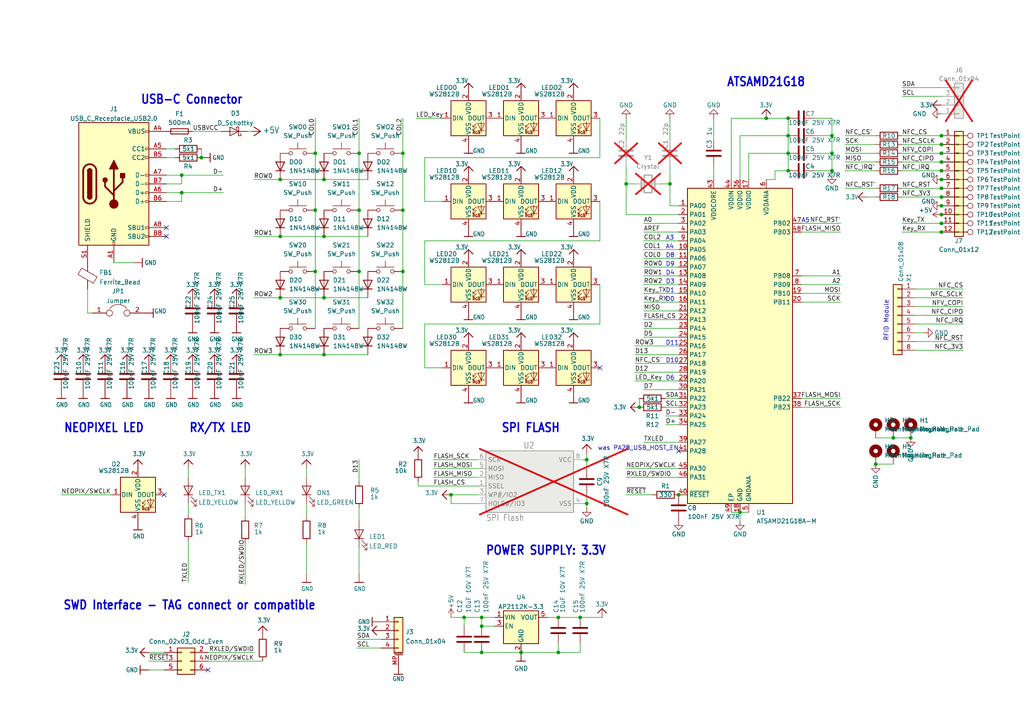
<source format=kicad_sch>
(kicad_sch (version 20231120) (generator "eeschema") (generator_version "8.0")
  (paper "A4")
  (junction (at 116.84 44.45))
  (junction (at 273.05 52.07))
  (junction (at 91.44 60.96))
  (junction (at 130.81 143.51))
  (junction (at 91.44 78.74))
  (junction (at 228.6 44.45))
  (junction (at 273.05 57.15))
  (junction (at 228.6 34.29))
  (junction (at 241.3 39.37))
  (junction (at 273.05 41.91))
  (junction (at 104.14 78.74))
  (junction (at 81.28 68.58))
  (junction (at 222.25 34.29))
  (junction (at 116.84 78.74))
  (junction (at 228.6 49.53))
  (junction (at 273.05 64.77))
  (junction (at 139.7 181.61))
  (junction (at 273.05 54.61))
  (junction (at 273.05 46.99))
  (junction (at 93.98 102.87))
  (junction (at 116.84 60.96))
  (junction (at 273.05 59.69))
  (junction (at 194.31 53.34))
  (junction (at 185.42 118.11))
  (junction (at 161.925 189.23))
  (junction (at 91.44 44.45))
  (junction (at 161.925 179.07))
  (junction (at 93.98 68.58))
  (junction (at 52.705 50.8))
  (junction (at 228.6 39.37))
  (junction (at 241.3 49.53))
  (junction (at 254 134.62))
  (junction (at 81.28 52.07))
  (junction (at 58.42 45.72))
  (junction (at 273.05 39.37))
  (junction (at 139.7 179.07))
  (junction (at 81.28 102.87))
  (junction (at 264.16 127))
  (junction (at 151.13 189.23))
  (junction (at 196.85 143.51))
  (junction (at 139.7 189.23))
  (junction (at 104.14 44.45))
  (junction (at 181.61 53.34))
  (junction (at 104.14 60.96))
  (junction (at 134.62 179.07))
  (junction (at 241.3 44.45))
  (junction (at 52.705 55.88))
  (junction (at 168.275 179.07))
  (junction (at 93.98 52.07))
  (junction (at 214.63 148.59))
  (junction (at 170.18 146.05))
  (junction (at 273.05 49.53))
  (junction (at 259.08 127))
  (junction (at 273.05 62.23))
  (junction (at 273.05 44.45))
  (junction (at 170.18 133.35))
  (junction (at 273.05 67.31))
  (junction (at 81.28 86.36))
  (junction (at 93.98 86.36))
  (no_connect (at 48.26 68.58))
  (no_connect (at 196.85 130.81))
  (no_connect (at 173.99 106.68))
  (no_connect (at 48.26 66.04))
  (no_connect (at 60.325 194.31))
  (no_connect (at 47.625 143.51))
  (wire (pts (xy 236.22 39.37) (xy 241.3 39.37)))
  (wire (pts (xy 123.19 93.98) (xy 123.19 106.68)))
  (wire (pts (xy 81.28 86.36) (xy 93.98 86.36)))
  (wire (pts (xy 279.4 86.36) (xy 265.43 86.36)))
  (wire (pts (xy 71.12 157.48) (xy 71.12 169.545)))
  (wire (pts (xy 265.43 88.9) (xy 279.4 88.9)))
  (wire (pts (xy 194.31 48.26) (xy 194.31 53.34)))
  (wire (pts (xy 186.69 97.79) (xy 196.85 97.79)))
  (wire (pts (xy 71.12 146.05) (xy 71.12 149.86)))
  (wire (pts (xy 261.62 39.37) (xy 273.05 39.37)))
  (wire (pts (xy 104.14 60.96) (xy 104.14 78.74)))
  (wire (pts (xy 232.41 85.09) (xy 243.84 85.09)))
  (wire (pts (xy 191.77 53.34) (xy 194.31 53.34)))
  (wire (pts (xy 217.17 44.45) (xy 217.17 52.07)))
  (wire (pts (xy 103.505 185.42) (xy 110.49 185.42)))
  (wire (pts (xy 104.14 147.32) (xy 104.14 151.13)))
  (wire (pts (xy 81.28 102.87) (xy 93.98 102.87)))
  (wire (pts (xy 91.44 44.45) (xy 91.44 60.96)))
  (wire (pts (xy 161.925 189.23) (xy 168.275 189.23)))
  (wire (pts (xy 273.05 57.15) (xy 278.13 57.15)))
  (wire (pts (xy 121.285 140.97) (xy 138.43 140.97)))
  (wire (pts (xy 134.62 189.23) (xy 139.7 189.23)))
  (wire (pts (xy 170.18 131.445) (xy 170.18 133.35)))
  (wire (pts (xy 193.04 118.11) (xy 196.85 118.11)))
  (wire (pts (xy 88.9 146.05) (xy 88.9 149.86)))
  (wire (pts (xy 186.69 87.63) (xy 196.85 87.63)))
  (wire (pts (xy 116.84 60.96) (xy 116.84 78.74)))
  (wire (pts (xy 259.08 127) (xy 264.16 127)))
  (wire (pts (xy 55.88 38.1) (xy 64.135 38.1)))
  (wire (pts (xy 186.69 69.85) (xy 196.85 69.85)))
  (wire (pts (xy 52.705 58.42) (xy 52.705 55.88)))
  (wire (pts (xy 273.05 54.61) (xy 278.13 54.61)))
  (wire (pts (xy 170.18 133.35) (xy 170.18 135.89)))
  (wire (pts (xy 48.26 58.42) (xy 52.705 58.42)))
  (wire (pts (xy 130.81 179.07) (xy 134.62 179.07)))
  (wire (pts (xy 196.85 62.23) (xy 181.61 62.23)))
  (wire (pts (xy 228.6 44.45) (xy 217.17 44.45)))
  (wire (pts (xy 232.41 82.55) (xy 243.84 82.55)))
  (wire (pts (xy 186.69 85.09) (xy 196.85 85.09)))
  (wire (pts (xy 52.705 55.88) (xy 64.77 55.88)))
  (wire (pts (xy 214.63 148.59) (xy 214.63 151.13)))
  (wire (pts (xy 139.7 189.23) (xy 151.13 189.23)))
  (wire (pts (xy 151.13 189.23) (xy 161.925 189.23)))
  (wire (pts (xy 273.05 59.69) (xy 278.13 59.69)))
  (wire (pts (xy 186.69 64.77) (xy 196.85 64.77)))
  (wire (pts (xy 104.14 78.74) (xy 104.14 95.25)))
  (wire (pts (xy 48.26 43.18) (xy 50.8 43.18)))
  (wire (pts (xy 173.99 69.85) (xy 123.19 69.85)))
  (wire (pts (xy 273.05 39.37) (xy 278.13 39.37)))
  (wire (pts (xy 222.25 52.07) (xy 224.79 52.07)))
  (wire (pts (xy 236.22 34.29) (xy 241.3 34.29)))
  (wire (pts (xy 224.79 52.07) (xy 224.79 49.53)))
  (wire (pts (xy 130.81 146.05) (xy 138.43 146.05)))
  (wire (pts (xy 116.84 78.74) (xy 116.84 95.25)))
  (wire (pts (xy 48.26 50.8) (xy 52.705 50.8)))
  (wire (pts (xy 181.61 143.51) (xy 189.23 143.51)))
  (wire (pts (xy 43.18 191.77) (xy 47.625 191.77)))
  (wire (pts (xy 43.18 194.31) (xy 47.625 194.31)))
  (wire (pts (xy 214.63 148.59) (xy 217.17 148.59)))
  (wire (pts (xy 186.69 74.93) (xy 196.85 74.93)))
  (wire (pts (xy 267.97 96.52) (xy 265.43 96.52)))
  (wire (pts (xy 236.22 44.45) (xy 241.3 44.45)))
  (wire (pts (xy 161.925 186.69) (xy 161.925 189.23)))
  (wire (pts (xy 186.69 67.31) (xy 196.85 67.31)))
  (wire (pts (xy 104.14 44.45) (xy 104.14 60.96)))
  (wire (pts (xy 181.61 62.23) (xy 181.61 53.34)))
  (wire (pts (xy 279.4 83.82) (xy 265.43 83.82)))
  (wire (pts (xy 58.42 43.18) (xy 58.42 45.72)))
  (wire (pts (xy 60.325 189.23) (xy 73.66 189.23)))
  (wire (pts (xy 71.12 135.89) (xy 71.12 138.43)))
  (wire (pts (xy 161.925 179.07) (xy 168.275 179.07)))
  (wire (pts (xy 173.99 58.42) (xy 173.99 69.85)))
  (wire (pts (xy 194.31 34.29) (xy 194.31 40.64)))
  (wire (pts (xy 54.61 135.89) (xy 54.61 138.43)))
  (wire (pts (xy 273.05 64.77) (xy 278.13 64.77)))
  (wire (pts (xy 228.6 39.37) (xy 214.63 39.37)))
  (wire (pts (xy 123.19 45.72) (xy 123.19 58.42)))
  (wire (pts (xy 273.05 46.99) (xy 278.13 46.99)))
  (wire (pts (xy 25.4 83.82) (xy 25.4 90.805)))
  (wire (pts (xy 93.98 68.58) (xy 106.68 68.58)))
  (wire (pts (xy 54.61 156.845) (xy 54.61 168.91)))
  (wire (pts (xy 232.41 67.31) (xy 243.84 67.31)))
  (wire (pts (xy 158.75 179.07) (xy 161.925 179.07)))
  (wire (pts (xy 88.9 157.48) (xy 88.9 166.37)))
  (wire (pts (xy 186.69 82.55) (xy 196.85 82.55)))
  (wire (pts (xy 186.69 92.71) (xy 196.85 92.71)))
  (wire (pts (xy 196.85 59.69) (xy 194.31 59.69)))
  (wire (pts (xy 73.66 52.07) (xy 81.28 52.07)))
  (wire (pts (xy 120.65 34.29) (xy 128.27 34.29)))
  (wire (pts (xy 43.18 189.23) (xy 47.625 189.23)))
  (wire (pts (xy 139.7 179.07) (xy 143.51 179.07)))
  (wire (pts (xy 130.81 143.51) (xy 130.81 146.05)))
  (wire (pts (xy 123.19 106.68) (xy 128.27 106.68)))
  (wire (pts (xy 245.11 54.61) (xy 254 54.61)))
  (wire (pts (xy 104.14 34.29) (xy 104.14 44.45)))
  (wire (pts (xy 184.15 102.87) (xy 196.85 102.87)))
  (wire (pts (xy 121.285 139.7) (xy 121.285 140.97)))
  (wire (pts (xy 184.15 107.95) (xy 196.85 107.95)))
  (wire (pts (xy 186.69 72.39) (xy 196.85 72.39)))
  (wire (pts (xy 273.05 41.91) (xy 278.13 41.91)))
  (wire (pts (xy 91.44 34.29) (xy 91.44 44.45)))
  (wire (pts (xy 245.11 41.91) (xy 254 41.91)))
  (wire (pts (xy 193.04 120.65) (xy 196.85 120.65)))
  (wire (pts (xy 207.01 48.26) (xy 207.01 52.07)))
  (wire (pts (xy 245.11 49.53) (xy 254 49.53)))
  (wire (pts (xy 54.61 146.05) (xy 54.61 149.225)))
  (wire (pts (xy 273.05 49.53) (xy 278.13 49.53)))
  (wire (pts (xy 125.73 133.35) (xy 138.43 133.35)))
  (wire (pts (xy 193.04 123.19) (xy 196.85 123.19)))
  (wire (pts (xy 194.31 59.69) (xy 194.31 53.34)))
  (wire (pts (xy 93.98 52.07) (xy 106.68 52.07)))
  (wire (pts (xy 261.62 54.61) (xy 273.05 54.61)))
  (wire (pts (xy 73.66 102.87) (xy 81.28 102.87)))
  (wire (pts (xy 104.14 133.35) (xy 104.14 139.7)))
  (wire (pts (xy 173.99 34.29) (xy 173.99 45.72)))
  (wire (pts (xy 241.3 34.29) (xy 241.3 39.37)))
  (wire (pts (xy 212.09 148.59) (xy 214.63 148.59)))
  (wire (pts (xy 170.18 146.05) (xy 170.18 147.32)))
  (wire (pts (xy 125.73 135.89) (xy 138.43 135.89)))
  (wire (pts (xy 173.99 82.55) (xy 173.99 93.98)))
  (wire (pts (xy 173.99 93.98) (xy 123.19 93.98)))
  (wire (pts (xy 134.62 181.61) (xy 134.62 179.07)))
  (wire (pts (xy 254 134.62) (xy 259.08 134.62)))
  (wire (pts (xy 173.99 45.72) (xy 123.19 45.72)))
  (wire (pts (xy 193.04 115.57) (xy 196.85 115.57)))
  (wire (pts (xy 228.6 44.45) (xy 228.6 49.53)))
  (wire (pts (xy 261.62 27.94) (xy 273.05 27.94)))
  (wire (pts (xy 207.01 34.29) (xy 207.01 40.64)))
  (wire (pts (xy 212.09 34.29) (xy 212.09 52.07)))
  (wire (pts (xy 71.755 38.1) (xy 73.025 38.1)))
  (wire (pts (xy 186.69 113.03) (xy 196.85 113.03)))
  (wire (pts (xy 279.4 101.6) (xy 265.43 101.6)))
  (wire (pts (xy 116.84 44.45) (xy 116.84 60.96)))
  (wire (pts (xy 93.98 86.36) (xy 106.68 86.36)))
  (wire (pts (xy 232.41 115.57) (xy 243.84 115.57)))
  (wire (pts (xy 261.62 44.45) (xy 273.05 44.45)))
  (wire (pts (xy 232.41 118.11) (xy 243.84 118.11)))
  (wire (pts (xy 228.6 34.29) (xy 222.25 34.29)))
  (wire (pts (xy 241.3 49.53) (xy 241.3 50.8)))
  (wire (pts (xy 186.69 90.17) (xy 196.85 90.17)))
  (wire (pts (xy 73.66 86.36) (xy 81.28 86.36)))
  (wire (pts (xy 181.61 48.26) (xy 181.61 53.34)))
  (wire (pts (xy 123.19 82.55) (xy 128.27 82.55)))
  (wire (pts (xy 254 127) (xy 259.08 127)))
  (wire (pts (xy 52.705 50.8) (xy 64.77 50.8)))
  (wire (pts (xy 116.84 34.29) (xy 116.84 44.45)))
  (wire (pts (xy 279.4 93.98) (xy 265.43 93.98)))
  (wire (pts (xy 125.73 138.43) (xy 138.43 138.43)))
  (wire (pts (xy 245.11 46.99) (xy 254 46.99)))
  (wire (pts (xy 33.02 76.2) (xy 38.735 76.2)))
  (wire (pts (xy 181.61 138.43) (xy 196.85 138.43)))
  (wire (pts (xy 138.43 143.51) (xy 130.81 143.51)))
  (wire (pts (xy 245.11 39.37) (xy 254 39.37)))
  (wire (pts (xy 214.63 39.37) (xy 214.63 52.07)))
  (wire (pts (xy 93.98 102.87) (xy 106.68 102.87)))
  (wire (pts (xy 279.4 99.06) (xy 265.43 99.06)))
  (wire (pts (xy 48.26 55.88) (xy 52.705 55.88)))
  (wire (pts (xy 224.79 49.53) (xy 228.6 49.53)))
  (wire (pts (xy 25.4 90.805) (xy 26.67 90.805)))
  (wire (pts (xy 273.05 52.07) (xy 278.13 52.07)))
  (wire (pts (xy 181.61 34.29) (xy 181.61 40.64)))
  (wire (pts (xy 261.62 57.15) (xy 273.05 57.15)))
  (wire (pts (xy 48.26 45.72) (xy 50.8 45.72)))
  (wire (pts (xy 261.62 46.99) (xy 273.05 46.99)))
  (wire (pts (xy 273.05 44.45) (xy 278.13 44.45)))
  (wire (pts (xy 103.505 187.96) (xy 110.49 187.96)))
  (wire (pts (xy 168.275 186.69) (xy 168.275 189.23)))
  (wire (pts (xy 170.18 143.51) (xy 170.18 146.05)))
  (wire (pts (xy 168.275 179.07) (xy 174.625 179.07)))
  (wire (pts (xy 123.19 69.85) (xy 123.19 82.55)))
  (wire (pts (xy 73.66 68.58) (xy 81.28 68.58)))
  (wire (pts (xy 91.44 78.74) (xy 91.44 95.25)))
  (wire (pts (xy 236.22 49.53) (xy 241.3 49.53)))
  (wire (pts (xy 48.26 53.34) (xy 52.705 53.34)))
  (wire (pts (xy 261.62 41.91) (xy 273.05 41.91)))
  (wire (pts (xy 88.9 135.89) (xy 88.9 138.43)))
  (wire (pts (xy 184.15 110.49) (xy 196.85 110.49)))
  (wire (pts (xy 91.44 60.96) (xy 91.44 78.74)))
  (wire (pts (xy 17.78 143.51) (xy 32.385 143.51)))
  (wire (pts (xy 104.14 158.75) (xy 104.14 166.37)))
  (wire (pts (xy 186.69 80.01) (xy 196.85 80.01)))
  (wire (pts (xy 241.3 39.37) (xy 241.3 44.45)))
  (wire (pts (xy 228.6 39.37) (xy 228.6 44.45)))
  (wire (pts (xy 245.11 44.45) (xy 254 44.45)))
  (wire (pts (xy 232.41 87.63) (xy 243.84 87.63)))
  (wire (pts (xy 261.62 67.31) (xy 273.05 67.31)))
  (wire (pts (xy 186.69 77.47) (xy 196.85 77.47)))
  (wire (pts (xy 181.61 53.34) (xy 184.15 53.34)))
  (wire (pts (xy 185.42 115.57) (xy 185.42 118.11)))
  (wire (pts (xy 52.705 50.8) (xy 52.705 53.34)))
  (wire (pts (xy 184.15 105.41) (xy 196.85 105.41)))
  (wire (pts (xy 232.41 64.77) (xy 243.84 64.77)))
  (wire (pts (xy 273.05 62.23) (xy 278.13 62.23)))
  (wire (pts (xy 261.62 49.53) (xy 273.05 49.53)))
  (wire (pts (xy 139.7 181.61) (xy 139.7 179.07)))
  (wire (pts (xy 261.62 25.4) (xy 273.05 25.4)))
  (wire (pts (xy 181.61 135.89) (xy 196.85 135.89)))
  (wire (pts (xy 228.6 34.29) (xy 228.6 39.37)))
  (wire (pts (xy 143.51 181.61) (xy 139.7 181.61)))
  (wire (pts (xy 265.43 91.44) (xy 279.4 91.44)))
  (wire (pts (xy 134.62 179.07) (xy 139.7 179.07)))
  (wire (pts (xy 123.19 58.42) (xy 128.27 58.42)))
  (wire (pts (xy 81.28 52.07) (xy 93.98 52.07)))
  (wire (pts (xy 241.3 44.45) (xy 241.3 49.53)))
  (wire (pts (xy 81.28 68.58) (xy 93.98 68.58)))
  (wire (pts (xy 251.46 57.15) (xy 254 57.15)))
  (wire (pts (xy 184.15 100.33) (xy 196.85 100.33)))
  (wire (pts (xy 222.25 34.29) (xy 212.09 34.29)))
  (wire (pts (xy 232.41 80.01) (xy 243.84 80.01)))
  (wire (pts (xy 273.05 67.31) (xy 278.13 67.31)))
  (wire (pts (xy 261.62 64.77) (xy 273.05 64.77)))
  (wire (pts (xy 168.91 133.35) (xy 170.18 133.35)))
  (wire (pts (xy 186.69 128.27) (xy 196.85 128.27)))
  (wire (pts (xy 60.325 191.77) (xy 76.2 191.77)))
  (wire (pts (xy 168.91 146.05) (xy 170.18 146.05)))
  (wire (pts (xy 186.69 95.25) (xy 196.85 95.25)))
  (text "D8" (at 193.04 74.93 0) (effects (font (size 1.27 1.27)) (justify left bottom)))
  (text "RX/TX LED" (at 73.025 125.73 0) (effects (font (size 2.54 2.159) (thickness 0.4318) (bold yes)) (justify right bottom)))
  (text "USB-C Connector" (at 70.485 30.48 0) (effects (font (size 2.54 2.159) (thickness 0.4318) (bold yes)) (justify right bottom)))
  (text "SWD Interface - TAG connect or compatible " (at 93.345 177.165 0) (effects (font (size 2.54 2.159) (thickness 0.4318) (bold yes)) (justify right bottom)))
  (text "was PA28_USB_HOST_EN" (at 196.85 130.81 0) (effects (font (size 1.27 1.27)) (justify right bottom)))
  (text "D4" (at 193.04 80.01 0) (effects (font (size 1.27 1.27)) (justify left bottom)))
  (text "POWER SUPPLY: 3.3V" (at 175.895 161.29 0) (effects (font (size 2.54 2.159) (thickness 0.4318) (bold yes)) (justify right bottom)))
  (text "D1" (at 193.04 85.09 0) (effects (font (size 1.27 1.27)) (justify left bottom)))
  (text "D6" (at 193.04 110.49 0) (effects (font (size 1.27 1.27)) (justify left bottom)))
  (text "A3" (at 193.04 69.85 0) (effects (font (size 1.27 1.27)) (justify left bottom)))
  (text "D9" (at 193.04 77.47 0) (effects (font (size 1.27 1.27)) (justify left bottom)))
  (text "A5" (at 232.41 64.77 0) (effects (font (size 1.27 1.27)) (justify left bottom)))
  (text "SPI FLASH" (at 162.56 125.73 0) (effects (font (size 2.54 2.159) (thickness 0.4318) (bold yes)) (justify right bottom)))
  (text "D0" (at 193.04 87.63 0) (effects (font (size 1.27 1.27)) (justify left bottom)))
  (text "A4" (at 193.04 72.39 0) (effects (font (size 1.27 1.27)) (justify left bottom)))
  (text "ATSAMD21G18" (at 233.68 25.4 0) (effects (font (size 2.54 2.159) (thickness 0.4318) (bold yes)) (justify right bottom)))
  (text "RFID Module" (at 257.81 99.06 90) (effects (font (size 1.27 1.27)) (justify left bottom)))
  (text "D10" (at 193.04 105.41 0) (effects (font (size 1.27 1.27)) (justify left bottom)))
  (text "NEOPIXEL LED" (at 41.91 125.73 0) (effects (font (size 2.54 2.159) (thickness 0.4318) (bold yes)) (justify right bottom)))
  (text "D11" (at 193.04 100.33 0) (effects (font (size 1.27 1.27)) (justify left bottom)))
  (text "D3" (at 193.04 82.55 0) (effects (font (size 1.27 1.27)) (justify left bottom)))
  (label "NFC_IRQ" (at 279.4 93.98 180))
  (label "SDA" (at 103.505 185.42 0))
  (label "FLASH_MISO" (at 243.84 67.31 180))
  (label "NEOPIX/SWCLK" (at 73.66 191.77 180) (effects (font (size 1.2446 1.2446))))
  (label "COL2" (at 116.84 34.29 270))
  (label "SDA" (at 193.04 115.57 0))
  (label "A1" (at 243.84 80.01 180))
  (label "FLASH_CS" (at 186.69 92.71 0))
  (label "D13" (at 104.14 133.35 270) (effects (font (size 1.2446 1.2446))))
  (label "NFC_3V3" (at 279.4 101.6 180))
  (label "SCL" (at 193.04 118.11 0))
  (label "D-" (at 64.77 50.8 180) (effects (font (size 1.2446 1.2446))))
  (label "A2" (at 243.84 82.55 180))
  (label "ROW0" (at 73.66 52.07 0))
  (label "D2" (at 186.69 95.25 0))
  (label "NFV_COPI" (at 279.4 88.9 180))
  (label "FLASH_SCK" (at 243.84 118.11 180))
  (label "NFC_CS" (at 279.4 83.82 180))
  (label "ROW2" (at 73.66 86.36 0))
  (label "RXLED/SWDIO" (at 181.61 138.43 0) (effects (font (size 1.2446 1.2446))))
  (label "D13" (at 184.15 102.87 0))
  (label "ROW0" (at 186.69 77.47 0))
  (label "COL0" (at 186.69 74.93 0))
  (label "D7" (at 186.69 113.03 0))
  (label "NFC_CS'" (at 184.15 105.41 0))
  (label "MISO" (at 186.69 90.17 0))
  (label "NFC_RST'" (at 243.84 64.77 180))
  (label "SCL" (at 261.62 27.94 0))
  (label "NEOPIX/SWCLK" (at 181.61 135.89 0) (effects (font (size 1.2446 1.2446))))
  (label "SDA" (at 261.62 25.4 0))
  (label "COL0" (at 91.44 34.29 270))
  (label "TXLED" (at 54.61 168.91 90) (effects (font (size 1.2446 1.2446))))
  (label "ROW1" (at 186.69 80.01 0))
  (label "A0" (at 186.69 64.77 0))
  (label "ROW3" (at 184.15 100.33 0))
  (label "NFC_RST" (at 261.62 54.61 0))
  (label "COL2" (at 186.69 69.85 0))
  (label "Key_TX" (at 186.69 85.09 0))
  (label "~{RESET}" (at 43.18 191.77 0) (effects (font (size 1.2446 1.2446))))
  (label "D12" (at 184.15 107.95 0))
  (label "RXLED/SWDIO" (at 73.66 189.23 180) (effects (font (size 1.2446 1.2446))))
  (label "MOSI" (at 243.84 85.09 180))
  (label "LED_Key" (at 120.65 34.29 0))
  (label "ROW3" (at 73.66 102.87 0))
  (label "TXLED" (at 186.69 128.27 0))
  (label "NFC_SCLK" (at 279.4 86.36 180))
  (label "NFC_CIPO" (at 279.4 91.44 180))
  (label "D+" (at 64.77 55.88 180) (effects (font (size 1.2446 1.2446))))
  (label "NFC_3V3" (at 261.62 57.15 0))
  (label "ROW1" (at 73.66 68.58 0))
  (label "NFC_CS'" (at 245.11 39.37 0))
  (label "FLASH_MOSI" (at 125.73 135.89 0) (effects (font (size 1.2446 1.2446))))
  (label "NFC_RST" (at 279.4 99.06 180))
  (label "FLASH_SCK" (at 125.73 133.35 0) (effects (font (size 1.2446 1.2446))))
  (label "FLASH_MOSI" (at 243.84 115.57 180))
  (label "LED_Key" (at 184.15 110.49 0))
  (label "COL1" (at 104.14 34.29 270))
  (label "NEOPIX/SWCLK" (at 17.78 143.51 0) (effects (font (size 1.2446 1.2446))))
  (label "NFC_SCLK" (at 261.62 41.91 0))
  (label "COL1" (at 186.69 72.39 0))
  (label "SCL" (at 103.505 187.96 0))
  (label "~{RESET}" (at 181.61 143.51 0) (effects (font (size 1.2446 1.2446))))
  (label "USBVCC" (at 55.88 38.1 0) (effects (font (size 1.2446 1.2446))))
  (label "MOSI" (at 245.11 44.45 0))
  (label "AREF" (at 186.69 67.31 0))
  (label "D+" (at 193.04 123.19 0))
  (label "Key_RX" (at 186.69 87.63 0))
  (label "SCK" (at 245.11 41.91 0))
  (label "NFC_CIPO" (at 261.62 46.99 0))
  (label "NFV_COPI" (at 261.62 44.45 0))
  (label "NFC_IRQ" (at 261.62 49.53 0))
  (label "NFC_IRQ'" (at 245.11 49.53 0))
  (label "ROW2" (at 186.69 82.55 0))
  (label "RXLED/SWDIO" (at 71.12 169.545 90) (effects (font (size 1.2446 1.2446))))
  (label "FLASH_CS" (at 125.73 140.97 0) (effects (font (size 1.2446 1.2446))))
  (label "NFC_CS" (at 261.62 39.37 0))
  (label "MISO" (at 245.11 46.99 0))
  (label "Key_RX" (at 261.62 67.31 0))
  (label "NFC_RST'" (at 245.11 54.61 0))
  (label "Key_TX" (at 261.62 64.77 0))
  (label "D-" (at 193.04 120.65 0))
  (label "SCK" (at 243.84 87.63 180))
  (label "D5" (at 186.69 97.79 0))
  (label "FLASH_MISO" (at 125.73 138.43 0) (effects (font (size 1.2446 1.2446))))
  (symbol (lib_id "Device:R") (at 54.61 153.035 180) (unit 1)
    (property "Reference" "R6" (at 57.785 152.4 0))
    (property "Value" "1k" (at 57.785 154.305 0))
    (property "Footprint" "dipolMods:R_0603_min" (effects (hide yes)))
    (property "Mnf" "GENERIC" (effects (hide yes)))
    (property "BOM comment" "generic R0603" (effects (hide yes)))
  )
  (symbol (lib_id "Adafruit Metro M0 Express-eagle-import:3.3V") (at 166.37 72.39 0) (unit 1)
    (property "Reference" "#U$019" (effects (hide yes)))
    (property "Value" "3.3V" (at 162.56 72.39 0) (effects (font (size 1.27 1.0795)) (justify left bottom)))
  )
  (symbol (lib_id "Connector:TestPoint") (at 278.13 49.53 270) (unit 1)
    (property "Reference" "TP5" (at 283.21 49.53 90) (effects (justify left)))
    (property "Value" "TestPoint" (at 287.02 49.53 90) (effects (justify left)))
    (property "Footprint" "ownCon:Pad_1.8x5.5mm" (effects (hide yes)))
    (property "Mnf" "no BOM" (effects (hide yes)))
    (property "BOM comment" "no Part, just Pads" (effects (hide yes)))
  )
  (symbol (lib_id "Device:D") (at 81.28 48.26 90) (unit 1)
    (property "Reference" "DO0" (at 83.82 46.99 90) (effects (justify right)))
    (property "Value" "1N4148W" (at 83.82 49.53 90) (effects (justify right)))
    (property "Footprint" "Diode_SMD:D_SOD-123" (effects (hide yes)))
    (property "Datasheet" "https://datasheet.lcsc.com/lcsc/1912111437_Slkor-SLKORMICRO-Elec--1N4148W_C444720.pdf" (effects (hide yes)))
    (property "Sim.Device" "D" (effects (hide yes)))
    (property "Sim.Pins" "1=K 2=A" (effects (hide yes)))
    (property "LCSC#" "C444720" (effects (hide yes)))
    (property "Part#" "1N4148W" (effects (hide yes)))
    (property "Digikey#" "4878-1N4148WCT-ND" (effects (hide yes)))
    (property "ALT1 LCSC#" "C181134" (effects (hide yes)))
    (property "Mnf" "GENERIC" (effects (hide yes)))
    (property "Mnf#" "diverse" (effects (hide yes)))
    (property "BOM comment" "-" (effects (hide yes)))
  )
  (symbol (lib_id "Adafruit Metro M0 Express-eagle-import:SPIFLASH_SOIC8208MIL") (at 153.67 140.97 0) (unit 1) (dnp yes)
    (property "Reference" "U2" (at 151.765 130.175 0) (effects (font (size 1.778 1.5113)) (justify left bottom)))
    (property "Value" "SPI Flash" (at 140.97 151.13 0) (effects (font (size 1.778 1.5113)) (justify left bottom)))
    (property "Footprint" "Package_SO:SOIC-8W_5.3x5.3mm_P1.27mm" (effects (hide yes)))
    (property "BOM comment" "optional - not need in first iteration" (effects (hide yes)))
  )
  (symbol (lib_id "power:GND") (at 194.31 34.29 180) (unit 1)
    (property "Reference" "#PWR01" (effects (hide yes)))
    (property "Value" "GND" (at 194.31 30.48 0))
  )
  (symbol (lib_id "Device:C") (at 62.23 109.22 180) (unit 1)
    (property "Reference" "C20" (at 60.96 106.68 90))
    (property "Value" "100nF 25V X7R" (at 63.5 105.41 90))
    (property "Footprint" "dipolMods:C_0603_min" (effects (hide yes)))
    (property "Mnf" "GENERIC" (effects (hide yes)))
    (property "BOM comment" "generic MLCC - Sortiment?" (effects (hide yes)))
  )
  (symbol (lib_id "miniMetro-eagle-import:3.3V") (at 270.51 30.48 90) (unit 1)
    (property "Reference" "#04" (effects (hide yes)))
    (property "Value" "3.3V" (at 270.51 30.48 90) (effects (font (size 1.27 1.0795)) (justify left)))
  )
  (symbol (lib_id "Device:R") (at 189.23 118.11 270) (mirror x) (unit 1)
    (property "Reference" "R12" (at 189.23 123.19 90))
    (property "Value" "5k1" (at 191.135 118.11 90) (effects (justify right)))
    (property "Footprint" "dipolMods:R_0603_min" (effects (hide yes)))
    (property "Mnf" "GENERIC" (effects (hide yes)))
    (property "BOM comment" "generic R0603" (effects (hide yes)))
  )
  (symbol (lib_id "Adafruit Metro M0 Express-eagle-import:GND") (at 166.37 116.84 0) (unit 1)
    (property "Reference" "#GND023" (effects (hide yes)))
    (property "Value" "GND" (at 167.64 116.84 0) (effects (font (size 1.27 1.0795)) (justify left bottom)))
  )
  (symbol (lib_id "Adafruit Metro M0 Express-eagle-import:GND") (at 44.45 90.805 90) (unit 1)
    (property "Reference" "#GND03" (effects (hide yes)))
    (property "Value" "GND" (at 48.26 89.535 90) (effects (font (size 1.27 1.0795)) (justify left bottom)))
  )
  (symbol (lib_id "Adafruit Metro M0 Express-eagle-import:GND") (at 115.57 195.58 0) (unit 1)
    (property "Reference" "#GND09" (effects (hide yes)))
    (property "Value" "GND" (at 115.57 196.85 0) (effects (font (size 1.27 1.0795))))
  )
  (symbol (lib_id "Switch:SW_Push") (at 86.36 44.45 0) (unit 1)
    (property "Reference" "SWO0" (at 86.36 36.83 0))
    (property "Value" "SW_Push" (at 86.36 39.37 0))
    (property "Footprint" "PCM_Switch_Keyboard_Cherry_MX:SW_Cherry_MX_PCB" (effects (hide yes)))
    (property "BOM comment" "cherry-style key switch" (effects (hide yes)))
  )
  (symbol (lib_id "Device:C") (at 232.41 39.37 90) (unit 1)
    (property "Reference" "C6" (at 234.95 38.1 90))
    (property "Value" "100nF 25V X7R" (at 236.22 40.64 90))
    (property "Footprint" "dipolMods:C_0603_min" (effects (hide yes)))
    (property "Mnf" "GENERIC" (effects (hide yes)))
    (property "BOM comment" "generic MLCC - Sortiment?" (effects (hide yes)))
  )
  (symbol (lib_id "Adafruit Metro M0 Express-eagle-import:3.3V") (at 135.89 48.26 0) (unit 1)
    (property "Reference" "#U$014" (effects (hide yes)))
    (property "Value" "3.3V" (at 132.08 48.26 0) (effects (font (size 1.27 1.0795)) (justify left bottom)))
  )
  (symbol (lib_id "Adafruit Metro M0 Express-eagle-import:+5V") (at 75.565 38.1 270) (unit 1)
    (property "Reference" "#P+01" (effects (hide yes)))
    (property "Value" "+5V" (at 76.2 38.735 90) (effects (font (size 1.778 1.5113)) (justify left bottom)))
  )
  (symbol (lib_id "Device:D") (at 93.98 48.26 90) (unit 1)
    (property "Reference" "DO1" (at 96.52 46.99 90) (effects (justify right)))
    (property "Value" "1N4148W" (at 96.52 49.53 90) (effects (justify right)))
    (property "Footprint" "Diode_SMD:D_SOD-123" (effects (hide yes)))
    (property "Datasheet" "https://datasheet.lcsc.com/lcsc/1912111437_Slkor-SLKORMICRO-Elec--1N4148W_C444720.pdf" (effects (hide yes)))
    (property "Sim.Device" "D" (effects (hide yes)))
    (property "Sim.Pins" "1=K 2=A" (effects (hide yes)))
    (property "LCSC#" "C444720" (effects (hide yes)))
    (property "Part#" "1N4148W" (effects (hide yes)))
    (property "Digikey#" "4878-1N4148WCT-ND" (effects (hide yes)))
    (property "ALT1 LCSC#" "C181134" (effects (hide yes)))
    (property "Mnf" "GENERIC" (effects (hide yes)))
    (property "Mnf#" "diverse" (effects (hide yes)))
    (property "BOM comment" "-" (effects (hide yes)))
  )
  (symbol (lib_id "Device:Jumper") (at 34.29 90.805 0) (unit 1)
    (property "Reference" "JP1" (at 34.29 84.4557 0))
    (property "Value" "Jumper" (at 34.29 87.2308 0))
    (property "Footprint" "Jumper:SolderJumper-2_P1.3mm_Open_RoundedPad1.0x1.5mm" (effects (hide yes)))
    (property "Mnf" "GENERIC" (effects (hide yes)))
    (property "BOM comment" "no Part, just Pads" (effects (hide yes)))
  )
  (symbol (lib_id "Adafruit Metro M0 Express-eagle-import:3.3V") (at 40.64 189.23 90) (unit 1)
    (property "Reference" "#U$09" (effects (hide yes)))
    (property "Value" "3.3V" (at 40.005 187.96 90) (effects (font (size 1.27 1.0795)) (justify left bottom)))
  )
  (symbol (lib_id "Adafruit Metro M0 Express-eagle-import:GND") (at 135.89 92.71 0) (unit 1)
    (property "Reference" "#GND018" (effects (hide yes)))
    (property "Value" "GND" (at 137.16 92.71 0) (effects (font (size 1.27 1.0795)) (justify left bottom)))
  )
  (symbol (lib_id "Switch:SW_Push") (at 99.06 78.74 0) (unit 1)
    (property "Reference" "SW21" (at 99.06 71.12 0))
    (property "Value" "SW_Push" (at 99.06 73.66 0))
    (property "Footprint" "PCM_Switch_Keyboard_Cherry_MX:SW_Cherry_MX_PCB" (effects (hide yes)))
    (property "BOM comment" "cherry-style key switch" (effects (hide yes)))
  )
  (symbol (lib_id "Device:LED") (at 104.14 154.94 90) (unit 1)
    (property "Reference" "LED1" (at 107.061 155.6317 90) (effects (justify right)))
    (property "Value" "LED_RED" (at 107.061 158.4068 90) (effects (justify right)))
    (property "Footprint" "dipolMods:LED_0603_min" (effects (hide yes)))
    (property "Mnf" "GENERIC" (effects (hide yes)))
    (property "BOM comment" "optional/debug - generic SMD LED" (effects (hide yes)))
  )
  (symbol (lib_id "Adafruit Metro M0 Express-eagle-import:GND") (at 17.78 115.57 0) (unit 1)
    (property "Reference" "#GND031" (effects (hide yes)))
    (property "Value" "GND" (at 16.256 118.11 0) (effects (font (size 1.27 1.0795)) (justify left bottom)))
  )
  (symbol (lib_id "Device:C") (at 49.53 109.22 180) (unit 1)
    (property "Reference" "C18" (at 48.26 106.68 90))
    (property "Value" "100nF 25V X7R" (at 50.8 105.41 90))
    (property "Footprint" "dipolMods:C_0603_min" (effects (hide yes)))
    (property "Mnf" "GENERIC" (effects (hide yes)))
    (property "BOM comment" "generic MLCC - Sortiment?" (effects (hide yes)))
  )
  (symbol (lib_id "Adafruit Metro M0 Express-eagle-import:3.3V") (at 151.13 96.52 0) (unit 1)
    (property "Reference" "#U$021" (effects (hide yes)))
    (property "Value" "3.3V" (at 147.32 96.52 0) (effects (font (size 1.27 1.0795)) (justify left bottom)))
  )
  (symbol (lib_id "Device:C") (at 24.13 109.22 180) (unit 1)
    (property "Reference" "C10" (at 22.86 106.68 90))
    (property "Value" "100nF 25V X7R" (at 25.4 105.41 90))
    (property "Footprint" "dipolMods:C_0603_min" (effects (hide yes)))
    (property "Mnf" "GENERIC" (effects (hide yes)))
    (property "BOM comment" "generic MLCC - Sortiment?" (effects (hide yes)))
  )
  (symbol (lib_id "Adafruit Metro M0 Express-eagle-import:3.3V") (at 128.27 143.51 90) (unit 1)
    (property "Reference" "#U$03" (effects (hide yes)))
    (property "Value" "3.3V" (at 127 142.24 90) (effects (font (size 1.27 1.0795)) (justify left bottom)))
  )
  (symbol (lib_id "Adafruit Metro M0 Express-eagle-import:3.3V") (at 121.285 129.54 0) (unit 1)
    (property "Reference" "#U$02" (effects (hide yes)))
    (property "Value" "3.3V" (at 119.761 128.524 0) (effects (font (size 1.27 1.0795)) (justify left bottom)))
  )
  (symbol (lib_id "Device:C") (at 232.41 34.29 90) (unit 1)
    (property "Reference" "C7" (at 234.95 33.02 90))
    (property "Value" "100nF 25V X7R" (at 236.22 35.56 90))
    (property "Footprint" "dipolMods:C_0603_min" (effects (hide yes)))
    (property "Mnf" "GENERIC" (effects (hide yes)))
    (property "BOM comment" "generic MLCC - Sortiment?" (effects (hide yes)))
  )
  (symbol (lib_id "Device:C") (at 181.61 44.45 0) (mirror y) (unit 1) (dnp yes)
    (property "Reference" "C2" (at 180.34 43.18 90) (effects (justify left)))
    (property "Value" "22p" (at 180.34 39.37 90) (effects (justify left)))
    (property "Footprint" "dipolMods:C_0603_min" (effects (hide yes)))
    (property "Mnf" "GENERIC" (effects (hide yes)))
    (property "BOM comment" "generic MLCC - Sortiment?" (effects (hide yes)))
  )
  (symbol (lib_id "Adafruit Metro M0 Express-eagle-import:GND") (at 36.83 115.57 0) (unit 1)
    (property "Reference" "#GND024" (effects (hide yes)))
    (property "Value" "GND" (at 35.306 118.11 0) (effects (font (size 1.27 1.0795)) (justify left bottom)))
  )
  (symbol (lib_id "power:GND") (at 181.61 34.29 180) (unit 1)
    (property "Reference" "#PWR02" (effects (hide yes)))
    (property "Value" "GND" (at 181.61 30.48 0))
  )
  (symbol (lib_id "Device:D") (at 106.68 82.55 90) (unit 1)
    (property "Reference" "D22" (at 109.22 81.28 90) (effects (justify right)))
    (property "Value" "1N4148W" (at 109.22 83.82 90) (effects (justify right)))
    (property "Footprint" "Diode_SMD:D_SOD-123" (effects (hide yes)))
    (property "Datasheet" "https://datasheet.lcsc.com/lcsc/1912111437_Slkor-SLKORMICRO-Elec--1N4148W_C444720.pdf" (effects (hide yes)))
    (property "Sim.Device" "D" (effects (hide yes)))
    (property "Sim.Pins" "1=K 2=A" (effects (hide yes)))
    (property "LCSC#" "C444720" (effects (hide yes)))
    (property "Part#" "1N4148W" (effects (hide yes)))
    (property "Digikey#" "4878-1N4148WCT-ND" (effects (hide yes)))
    (property "ALT1 LCSC#" "C181134" (effects (hide yes)))
    (property "Mnf" "GENERIC" (effects (hide yes)))
    (property "Mnf#" "diverse" (effects (hide yes)))
    (property "BOM comment" "-" (effects (hide yes)))
  )
  (symbol (lib_id "Device:C") (at 55.88 109.22 180) (unit 1)
    (property "Reference" "C19" (at 54.61 106.68 90))
    (property "Value" "100nF 25V X7R" (at 57.15 105.41 90))
    (property "Footprint" "dipolMods:C_0603_min" (effects (hide yes)))
    (property "Mnf" "GENERIC" (effects (hide yes)))
    (property "BOM comment" "generic MLCC - Sortiment?" (effects (hide yes)))
  )
  (symbol (lib_id "miniMetro-eagle-import:3.3V") (at 62.23 83.82 0) (unit 1)
    (property "Reference" "#015" (effects (hide yes)))
    (property "Value" "3.3V" (at 60.325 82.55 0) (effects (font (size 1.27 1.0795)) (justify left)))
  )
  (symbol (lib_id "Adafruit Metro M0 Express-eagle-import:GND") (at 40.64 194.31 270) (unit 1)
    (property "Reference" "#GND07" (effects (hide yes)))
    (property "Value" "GND" (at 40.005 194.31 90) (effects (font (size 1.27 1.0795)) (justify right)))
  )
  (symbol (lib_id "Device:R") (at 54.61 45.72 270) (mirror x) (unit 1)
    (property "Reference" "R4" (at 55.88 48.26 90) (effects (justify right)))
    (property "Value" "5k1" (at 56.515 45.72 90) (effects (justify right)))
    (property "Footprint" "dipolMods:R_0603_min" (effects (hide yes)))
    (property "Mnf" "GENERIC" (effects (hide yes)))
    (property "BOM comment" "generic R0603" (effects (hide yes)))
  )
  (symbol (lib_id "Device:R") (at 257.81 57.15 90) (unit 1)
    (property "Reference" "R18" (at 257.81 57.15 90))
    (property "Value" "0" (effects (hide yes)))
    (property "Footprint" "dipolMods:R_0603_min" (effects (hide yes)))
    (property "BOM comment" "generic R0603" (effects (hide yes)))
    (property "Mnf" "GENERIC" (effects (hide yes)))
  )
  (symbol (lib_id "Switch:SW_Push") (at 86.36 95.25 0) (unit 1)
    (property "Reference" "SW30" (at 86.36 87.63 0))
    (property "Value" "SW_Push" (at 86.36 90.17 0))
    (property "Footprint" "PCM_Switch_Keyboard_Cherry_MX:SW_Cherry_MX_PCB" (effects (hide yes)))
    (property "BOM comment" "cherry-style key switch" (effects (hide yes)))
  )
  (symbol (lib_id "Mechanical:MountingHole_Pad") (at 264.16 124.46 0) (unit 1) (in_bom no)
    (property "Reference" "H1" (at 266.7 121.92 0) (effects (justify left)))
    (property "Value" "MountingHole_Pad" (at 266.7 124.46 0) (effects (justify left)))
    (property "Footprint" "MountingHole:MountingHole_2.7mm_M2.5_Pad_Via" (effects (hide yes)))
    (property "Mnf" "no BOM" (effects (hide yes)))
    (property "BOM comment" "no part, jus holes in PCB" (effects (hide yes)))
  )
  (symbol (lib_id "MCU_Microchip_SAMD:ATSAMD21G18A-M") (at 214.63 100.33 0) (unit 1)
    (property "Reference" "U1" (at 219.3641 148.59 0) (effects (justify left)))
    (property "Value" "ATSAMD21G18A-M" (at 219.3641 151.13 0) (effects (justify left)))
    (property "Footprint" "Package_DFN_QFN:QFN-48-1EP_7x7mm_P0.5mm_EP5.15x5.15mm" (effects (hide yes)))
    (property "Datasheet" "http://ww1.microchip.com/downloads/en/DeviceDoc/SAM_D21_DA1_Family_Data%20Sheet_DS40001882E.pdf" (effects (hide yes)))
    (property "Digikey#" "ATSAMD21G18A-MUTCT-ND" (effects (hide yes)))
    (property "LCSC#" "C614475" (effects (hide yes)))
    (property "Mnf" "Microchip" (effects (hide yes)))
    (property "Mouser#" " 556-ATSAMD21G18A-MUT " (effects (hide yes)))
    (property "Part#" "ATSAMD21G18A-M*" (effects (hide yes)))
    (property "BOM comment" "-" (effects (hide yes)))
  )
  (symbol (lib_id "miniMetro-eagle-import:3.3V") (at 222.25 31.75 0) (unit 1)
    (property "Reference" "#03" (effects (hide yes)))
    (property "Value" "3.3V" (at 220.345 30.48 0) (effects (font (size 1.27 1.0795)) (justify left)))
  )
  (symbol (lib_id "Connector_Generic:Conn_01x04") (at 278.13 30.48 0) (mirror x) (unit 1) (dnp yes)
    (property "Reference" "J6" (at 278.13 20.32 0))
    (property "Value" "Conn_01x04" (at 278.13 22.86 0))
    (property "Footprint" "Connector_PinSocket_2.54mm:PinSocket_1x04_P2.54mm_Vertical_SMD_Pin1Left" (effects (hide yes)))
    (property "Mnf" "WE/Generic" (effects (hide yes)))
    (property "Mnf#" "61000413321" (effects (hide yes)))
    (property "Farnell#" "3817900" (effects (hide yes)))
  )
  (symbol (lib_id "miniMetro-eagle-import:3.3V") (at 55.88 102.87 0) (unit 1)
    (property "Reference" "#010" (effects (hide yes)))
    (property "Value" "3.3V" (at 53.975 101.6 0) (effects (font (size 1.27 1.0795)) (justify left)))
  )
  (symbol (lib_id "Adafruit Metro M0 Express-eagle-import:GND") (at 88.9 168.91 0) (unit 1)
    (property "Reference" "#GND05" (effects (hide yes)))
    (property "Value" "GND" (at 87.376 171.45 0) (effects (font (size 1.27 1.0795)) (justify left bottom)))
  )
  (symbol (lib_id "Adafruit Metro M0 Express-eagle-import:3.3V") (at 151.13 72.39 0) (unit 1)
    (property "Reference" "#U$018" (effects (hide yes)))
    (property "Value" "3.3V" (at 147.32 72.39 0) (effects (font (size 1.27 1.0795)) (justify left bottom)))
  )
  (symbol (lib_id "Device:R") (at 189.23 115.57 270) (mirror x) (unit 1)
    (property "Reference" "R11" (at 189.23 120.65 90))
    (property "Value" "5k1" (at 191.135 115.57 90) (effects (justify right)))
    (property "Footprint" "dipolMods:R_0603_min" (effects (hide yes)))
    (property "Mnf" "GENERIC" (effects (hide yes)))
    (property "BOM comment" "generic R0603" (effects (hide yes)))
  )
  (symbol (lib_id "Adafruit Metro M0 Express-eagle-import:GND") (at 40.005 153.67 0) (unit 1)
    (property "Reference" "#GND04" (effects (hide yes)))
    (property "Value" "GND" (at 38.481 156.21 0) (effects (font (size 1.27 1.0795)) (justify left bottom)))
  )
  (symbol (lib_id "Adafruit Metro M0 Express-eagle-import:GND") (at 41.275 76.2 90) (unit 1)
    (property "Reference" "#GND02" (effects (hide yes)))
    (property "Value" "GND" (at 41.91 76.2 90) (effects (font (size 1.27 1.0795)) (justify right)))
  )
  (symbol (lib_id "CostumLibary:WS2812B") (at 135.89 34.29 0) (unit 1)
    (property "Reference" "LEDO0" (at 129.54 25.4 0))
    (property "Value" "WS2812B" (at 128.905 27.305 0))
    (property "Footprint" "ownLEDs:LED_SK6812_EC15_1.5x1.5mm_modRounded" (effects (hide yes)))
    (property "Datasheet" "https://cdn-shop.adafruit.com/datasheets/WS2812B.pdf" (effects (hide yes)))
    (property "Digikey#" "1528-4492-ND" (effects (hide yes)))
    (property "BOM comment" "AL hätte noch welche " (effects (hide yes)))
    (property "Mnf#" "diverse" (effects (hide yes)))
  )
  (symbol (lib_id "Device:D") (at 93.98 82.55 90) (unit 1)
    (property "Reference" "D21" (at 96.52 81.28 90) (effects (justify right)))
    (property "Value" "1N4148W" (at 96.52 83.82 90) (effects (justify right)))
    (property "Footprint" "Diode_SMD:D_SOD-123" (effects (hide yes)))
    (property "Datasheet" "https://datasheet.lcsc.com/lcsc/1912111437_Slkor-SLKORMICRO-Elec--1N4148W_C444720.pdf" (effects (hide yes)))
    (property "Sim.Device" "D" (effects (hide yes)))
    (property "Sim.Pins" "1=K 2=A" (effects (hide yes)))
    (property "LCSC#" "C444720" (effects (hide yes)))
    (property "Part#" "1N4148W" (effects (hide yes)))
    (property "Digikey#" "4878-1N4148WCT-ND" (effects (hide yes)))
    (property "ALT1 LCSC#" "C181134" (effects (hide yes)))
    (property "Mnf" "GENERIC" (effects (hide yes)))
    (property "Mnf#" "diverse" (effects (hide yes)))
    (property "BOM comment" "-" (effects (hide yes)))
  )
  (symbol (lib_id "Adafruit Metro M0 Express-eagle-import:3.3V") (at 166.37 96.52 0) (unit 1)
    (property "Reference" "#U$022" (effects (hide yes)))
    (property "Value" "3.3V" (at 162.56 96.52 0) (effects (font (size 1.27 1.0795)) (justify left bottom)))
  )
  (symbol (lib_id "Switch:SW_Push") (at 99.06 60.96 0) (unit 1)
    (property "Reference" "SW11" (at 99.06 53.34 0))
    (property "Value" "SW_Push" (at 99.06 55.88 0))
    (property "Footprint" "PCM_Switch_Keyboard_Cherry_MX:SW_Cherry_MX_PCB" (effects (hide yes)))
    (property "BOM comment" "cherry-style key switch" (effects (hide yes)))
  )
  (symbol (lib_id "power:+5V") (at 273.05 62.23 90) (unit 1)
    (property "Reference" "#PWR012" (effects (hide yes)))
    (property "Value" "+5V" (at 270.51 60.96 90) (effects (justify left)))
  )
  (symbol (lib_id "CostumLibary:WS2812B") (at 135.89 106.68 0) (unit 1)
    (property "Reference" "LED30" (at 129.54 97.79 0))
    (property "Value" "WS2812B" (at 128.905 99.695 0))
    (property "Footprint" "ownLEDs:LED_SK6812_EC15_1.5x1.5mm_modRounded" (effects (hide yes)))
    (property "Datasheet" "https://cdn-shop.adafruit.com/datasheets/WS2812B.pdf" (effects (hide yes)))
    (property "Digikey#" "1528-4492-ND" (effects (hide yes)))
    (property "BOM comment" "AL hätte noch welche " (effects (hide yes)))
    (property "Mnf#" "diverse" (effects (hide yes)))
  )
  (symbol (lib_id "Device:D") (at 81.28 64.77 90) (unit 1)
    (property "Reference" "D10" (at 83.82 63.5 90) (effects (justify right)))
    (property "Value" "1N4148W" (at 83.82 66.04 90) (effects (justify right)))
    (property "Footprint" "Diode_SMD:D_SOD-123" (effects (hide yes)))
    (property "Datasheet" "https://datasheet.lcsc.com/lcsc/1912111437_Slkor-SLKORMICRO-Elec--1N4148W_C444720.pdf" (effects (hide yes)))
    (property "Sim.Device" "D" (effects (hide yes)))
    (property "Sim.Pins" "1=K 2=A" (effects (hide yes)))
    (property "LCSC#" "C444720" (effects (hide yes)))
    (property "Part#" "1N4148W" (effects (hide yes)))
    (property "Digikey#" "4878-1N4148WCT-ND" (effects (hide yes)))
    (property "ALT1 LCSC#" "C181134" (effects (hide yes)))
    (property "Mnf" "GENERIC" (effects (hide yes)))
    (property "Mnf#" "diverse" (effects (hide yes)))
    (property "BOM comment" "-" (effects (hide yes)))
  )
  (symbol (lib_id "Adafruit Metro M0 Express-eagle-import:3.3V") (at 88.9 133.35 0) (unit 1)
    (property "Reference" "#U$07" (effects (hide yes)))
    (property "Value" "3.3V" (at 87.376 132.334 0) (effects (font (size 1.27 1.0795)) (justify left bottom)))
  )
  (symbol (lib_id "Adafruit Metro M0 Express-eagle-import:3.3V") (at 40.005 133.35 0) (unit 1)
    (property "Reference" "#U$04" (effects (hide yes)))
    (property "Value" "3.3V" (at 38.481 132.334 0) (effects (font (size 1.27 1.0795)) (justify left bottom)))
  )
  (symbol (lib_id "m5stackoutput_v2-rescue:GND-power") (at 267.97 96.52 90) (mirror x) (unit 1)
    (property "Reference" "#PWR010" (effects (hide yes)))
    (property "Value" "GND" (at 273.05 96.52 90))
  )
  (symbol (lib_id "Device:LED") (at 54.61 142.24 90) (unit 1)
    (property "Reference" "LED_TX1" (at 57.531 142.9317 90) (effects (justify right)))
    (property "Value" "LED_YELLOW" (at 57.531 145.7068 90) (effects (justify right)))
    (property "Footprint" "dipolMods:LED_0603_min" (effects (hide yes)))
    (property "Mnf" "GENERIC" (effects (hide yes)))
    (property "BOM comment" "optional/debug - generic SMD LED" (effects (hide yes)))
  )
  (symbol (lib_id "Switch:SW_Push") (at 86.36 78.74 0) (unit 1)
    (property "Reference" "SW20" (at 86.36 71.12 0))
    (property "Value" "SW_Push" (at 86.36 73.66 0))
    (property "Footprint" "PCM_Switch_Keyboard_Cherry_MX:SW_Cherry_MX_PCB" (effects (hide yes)))
    (property "BOM comment" "cherry-style key switch" (effects (hide yes)))
  )
  (symbol (lib_id "Connector:TestPoint") (at 278.13 64.77 270) (unit 1)
    (property "Reference" "TP11" (at 283.21 64.77 90) (effects (justify left)))
    (property "Value" "TestPoint" (at 287.02 64.77 90) (effects (justify left)))
    (property "Footprint" "ownCon:Pad_1.8x5.5mm" (effects (hide yes)))
    (property "Mnf" "no BOM" (effects (hide yes)))
    (property "BOM comment" "no Part, just Pads" (effects (hide yes)))
  )
  (symbol (lib_id "Device:D") (at 81.28 99.06 90) (unit 1)
    (property "Reference" "D30" (at 83.82 97.79 90) (effects (justify right)))
    (property "Value" "1N4148W" (at 83.82 100.33 90) (effects (justify right)))
    (property "Footprint" "Diode_SMD:D_SOD-123" (effects (hide yes)))
    (property "Datasheet" "https://datasheet.lcsc.com/lcsc/1912111437_Slkor-SLKORMICRO-Elec--1N4148W_C444720.pdf" (effects (hide yes)))
    (property "Sim.Device" "D" (effects (hide yes)))
    (property "Sim.Pins" "1=K 2=A" (effects (hide yes)))
    (property "LCSC#" "C444720" (effects (hide yes)))
    (property "Part#" "1N4148W" (effects (hide yes)))
    (property "Digikey#" "4878-1N4148WCT-ND" (effects (hide yes)))
    (property "ALT1 LCSC#" "C181134" (effects (hide yes)))
    (property "Mnf" "GENERIC" (effects (hide yes)))
    (property "Mnf#" "diverse" (effects (hide yes)))
    (property "BOM comment" "-" (effects (hide yes)))
  )
  (symbol (lib_id "CostumLibary:WS2812B") (at 166.37 34.29 0) (unit 1)
    (property "Reference" "LEDO2" (at 160.02 25.4 0))
    (property "Value" "WS2812B" (at 159.385 27.305 0))
    (property "Footprint" "ownLEDs:LED_SK6812_EC15_1.5x1.5mm_modRounded" (effects (hide yes)))
    (property "Datasheet" "https://cdn-shop.adafruit.com/datasheets/WS2812B.pdf" (effects (hide yes)))
    (property "Digikey#" "1528-4492-ND" (effects (hide yes)))
    (property "BOM comment" "AL hätte noch welche " (effects (hide yes)))
    (property "Mnf#" "diverse" (effects (hide yes)))
  )
  (symbol (lib_id "miniMetro-eagle-import:3.3V") (at 36.83 102.87 0) (unit 1)
    (property "Reference" "#07" (effects (hide yes)))
    (property "Value" "3.3V" (at 34.925 101.6 0) (effects (font (size 1.27 1.0795)) (justify left)))
  )
  (symbol (lib_id "Adafruit Metro M0 Express-eagle-import:GND") (at 55.88 115.57 0) (unit 1)
    (property "Reference" "#GND027" (effects (hide yes)))
    (property "Value" "GND" (at 54.356 118.11 0) (effects (font (size 1.27 1.0795)) (justify left bottom)))
  )
  (symbol (lib_id "Adafruit Metro M0 Express-eagle-import:3.3V") (at 107.95 182.88 90) (unit 1)
    (property "Reference" "#U$010" (effects (hide yes)))
    (property "Value" "3.3V" (at 107.315 181.61 90) (effects (font (size 1.27 1.0795)) (justify left bottom)))
  )
  (symbol (lib_id "Adafruit Metro M0 Express-eagle-import:3.3V") (at 151.13 48.26 0) (unit 1)
    (property "Reference" "#U$015" (effects (hide yes)))
    (property "Value" "3.3V" (at 147.32 48.26 0) (effects (font (size 1.27 1.0795)) (justify left bottom)))
  )
  (symbol (lib_id "miniMetro-eagle-import:3.3V") (at 49.53 102.87 0) (unit 1)
    (property "Reference" "#09" (effects (hide yes)))
    (property "Value" "3.3V" (at 47.625 101.6 0) (effects (font (size 1.27 1.0795)) (justify left)))
  )
  (symbol (lib_id "miniMetro-eagle-import:3.3V") (at 62.23 102.87 0) (unit 1)
    (property "Reference" "#011" (effects (hide yes)))
    (property "Value" "3.3V" (at 60.325 101.6 0) (effects (font (size 1.27 1.0795)) (justify left)))
  )
  (symbol (lib_id "Adafruit Metro M0 Express-eagle-import:3.3V") (at 182.88 118.11 90) (unit 1)
    (property "Reference" "#U$023" (effects (hide yes)))
    (property "Value" "3.3V" (at 181.61 118.11 90) (effects (font (size 1.27 1.0795)) (justify left)))
  )
  (symbol (lib_id "Device:C") (at 30.48 109.22 180) (unit 1)
    (property "Reference" "C11" (at 29.21 106.68 90))
    (property "Value" "100nF 25V X7R" (at 31.75 105.41 90))
    (property "Footprint" "dipolMods:C_0603_min" (effects (hide yes)))
    (property "Mnf" "GENERIC" (effects (hide yes)))
    (property "BOM comment" "generic MLCC - Sortiment?" (effects (hide yes)))
  )
  (symbol (lib_id "Connector:USB_C_Receptacle_USB2.0") (at 33.02 53.34 0) (unit 1)
    (property "Reference" "J1" (at 33.02 31.5935 0))
    (property "Value" "USB_C_Receptacle_USB2.0" (at 33.02 34.3686 0))
    (property "Footprint" "Connector_USB_Extra:USB_C_Receptacle_GT-USB-7010" (effects (hide yes)))
    (property "Datasheet" "https://www.usb.org/sites/default/files/documents/usb_type-c.zip" (effects (hide yes)))
    (property "Digikey#" "2073-USB4105-GF-ACT-ND " (effects (hide yes)))
    (property "Mouser#" " 640-USB4105-GF-A " (effects (hide yes)))
    (property "LCSC#" "C2988369" (effects (hide yes)))
    (property "Mnf" "GENERIC" (effects (hide yes)))
    (property "Mnf#" "diverse" (effects (hide yes)))
    (property "BOM comment" "standard USB-C USB2.0 connector - dev/debug only" (effects (hide yes)))
  )
  (symbol (lib_id "CostumLibary:WS2812B") (at 135.89 82.55 0) (unit 1)
    (property "Reference" "LED20" (at 129.54 73.66 0))
    (property "Value" "WS2812B" (at 128.905 75.565 0))
    (property "Footprint" "ownLEDs:LED_SK6812_EC15_1.5x1.5mm_modRounded" (effects (hide yes)))
    (property "Datasheet" "https://cdn-shop.adafruit.com/datasheets/WS2812B.pdf" (effects (hide yes)))
    (property "Digikey#" "1528-4492-ND" (effects (hide yes)))
    (property "BOM comment" "AL hätte noch welche " (effects (hide yes)))
    (property "Mnf#" "diverse" (effects (hide yes)))
  )
  (symbol (lib_id "Device:R") (at 257.81 49.53 90) (unit 1)
    (property "Reference" "R16" (at 257.81 49.53 90))
    (property "Value" "0" (effects (hide yes)))
    (property "Footprint" "dipolMods:R_0603_min" (effects (hide yes)))
    (property "BOM comment" "generic R0603" (effects (hide yes)))
    (property "Mnf" "GENERIC" (effects (hide yes)))
  )
  (symbol (lib_id "Device:D") (at 106.68 64.77 90) (unit 1)
    (property "Reference" "D12" (at 109.22 63.5 90) (effects (justify right)))
    (property "Value" "1N4148W" (at 109.22 66.04 90) (effects (justify right)))
    (property "Footprint" "Diode_SMD:D_SOD-123" (effects (hide yes)))
    (property "Datasheet" "https://datasheet.lcsc.com/lcsc/1912111437_Slkor-SLKORMICRO-Elec--1N4148W_C444720.pdf" (effects (hide yes)))
    (property "Sim.Device" "D" (effects (hide yes)))
    (property "Sim.Pins" "1=K 2=A" (effects (hide yes)))
    (property "LCSC#" "C444720" (effects (hide yes)))
    (property "Part#" "1N4148W" (effects (hide yes)))
    (property "Digikey#" "4878-1N4148WCT-ND" (effects (hide yes)))
    (property "ALT1 LCSC#" "C181134" (effects (hide yes)))
    (property "Mnf" "GENERIC" (effects (hide yes)))
    (property "Mnf#" "diverse" (effects (hide yes)))
    (property "BOM comment" "-" (effects (hide yes)))
  )
  (symbol (lib_id "miniMetro-eagle-import:3.3V") (at 248.92 57.15 90) (unit 1)
    (property "Reference" "#017" (effects (hide yes)))
    (property "Value" "3.3V" (at 248.92 57.15 90) (effects (font (size 1.27 1.0795)) (justify left)))
  )
  (symbol (lib_id "CostumLibary:WS2812B") (at 151.13 106.68 0) (unit 1)
    (property "Reference" "LED31" (at 144.78 97.79 0))
    (property "Value" "WS2812B" (at 144.145 99.695 0))
    (property "Footprint" "ownLEDs:LED_SK6812_EC15_1.5x1.5mm_modRounded" (effects (hide yes)))
    (property "Datasheet" "https://cdn-shop.adafruit.com/datasheets/WS2812B.pdf" (effects (hide yes)))
    (property "Digikey#" "1528-4492-ND" (effects (hide yes)))
    (property "BOM comment" "AL hätte noch welche " (effects (hide yes)))
    (property "Mnf#" "diverse" (effects (hide yes)))
  )
  (symbol (lib_id "Adafruit Metro M0 Express-eagle-import:GND") (at 166.37 44.45 0) (unit 1)
    (property "Reference" "#GND014" (effects (hide yes)))
    (property "Value" "GND" (at 167.64 44.45 0) (effects (font (size 1.27 1.0795)) (justify left bottom)))
  )
  (symbol (lib_id "Connector:TestPoint") (at 278.13 57.15 270) (unit 1)
    (property "Reference" "TP8" (at 283.21 57.15 90) (effects (justify left)))
    (property "Value" "TestPoint" (at 287.02 57.15 90) (effects (justify left)))
    (property "Footprint" "ownCon:Pad_1.8x5.5mm" (effects (hide yes)))
    (property "Mnf" "no BOM" (effects (hide yes)))
    (property "BOM comment" "no Part, just Pads" (effects (hide yes)))
  )
  (symbol (lib_id "miniMetro-eagle-import:3.3V") (at 24.13 102.87 0) (unit 1)
    (property "Reference" "#05" (effects (hide yes)))
    (property "Value" "3.3V" (at 22.225 101.6 0) (effects (font (size 1.27 1.0795)) (justify left)))
  )
  (symbol (lib_id "Connector:TestPoint") (at 278.13 59.69 270) (unit 1)
    (property "Reference" "TP9" (at 283.21 59.69 90) (effects (justify left)))
    (property "Value" "TestPoint" (at 287.02 59.69 90) (effects (justify left)))
    (property "Footprint" "ownCon:Pad_1.8x5.5mm" (effects (hide yes)))
    (property "Mnf" "no BOM" (effects (hide yes)))
    (property "BOM comment" "no Part, just Pads" (effects (hide yes)))
  )
  (symbol (lib_id "CostumLibary:WS2812B") (at 166.37 82.55 0) (unit 1)
    (property "Reference" "LED22" (at 160.02 73.66 0))
    (property "Value" "WS2812B" (at 159.385 75.565 0))
    (property "Footprint" "ownLEDs:LED_SK6812_EC15_1.5x1.5mm_modRounded" (effects (hide yes)))
    (property "Datasheet" "https://cdn-shop.adafruit.com/datasheets/WS2812B.pdf" (effects (hide yes)))
    (property "Digikey#" "1528-4492-ND" (effects (hide yes)))
    (property "BOM comment" "AL hätte noch welche " (effects (hide yes)))
    (property "Mnf#" "diverse" (effects (hide yes)))
  )
  (symbol (lib_id "CostumLibary:WS2812B") (at 166.37 106.68 0) (unit 1)
    (property "Reference" "LED32" (at 160.02 97.79 0))
    (property "Value" "WS2812B" (at 159.385 99.695 0))
    (property "Footprint" "ownLEDs:LED_SK6812_EC15_1.5x1.5mm_modRounded" (effects (hide yes)))
    (property "Datasheet" "https://cdn-shop.adafruit.com/datasheets/WS2812B.pdf" (effects (hide yes)))
    (property "Digikey#" "1528-4492-ND" (effects (hide yes)))
    (property "BOM comment" "AL hätte noch welche " (effects (hide yes)))
    (property "Mnf#" "diverse" (effects (hide yes)))
  )
  (symbol (lib_id "Adafruit Metro M0 Express-eagle-import:GND") (at 135.89 116.84 0) (unit 1)
    (property "Reference" "#GND021" (effects (hide yes)))
    (property "Value" "GND" (at 137.16 116.84 0) (effects (font (size 1.27 1.0795)) (justify left bottom)))
  )
  (symbol (lib_id "Adafruit Metro M0 Express-eagle-import:GND") (at 68.58 115.57 0) (unit 1)
    (property "Reference" "#GND029" (effects (hide yes)))
    (property "Value" "GND" (at 67.056 118.11 0) (effects (font (size 1.27 1.0795)) (justify left bottom)))
  )
  (symbol (lib_id "Device:Crystal") (at 187.96 53.34 180) (unit 1) (dnp yes)
    (property "Reference" "Y1" (at 187.96 45.72 0))
    (property "Value" "Crystal" (at 187.96 48.26 0))
    (property "Footprint" "Crystal:Crystal_SMD_3215-2Pin_3.2x1.5mm" (effects (hide yes)))
    (property "BOM comment" "DNP" (effects (hide yes)))
  )
  (symbol (lib_id "Device:C") (at 68.58 90.17 180) (unit 1)
    (property "Reference" "C25" (at 67.31 87.63 90))
    (property "Value" "100nF 25V X7R" (at 69.85 86.36 90))
    (property "Footprint" "dipolMods:C_0603_min" (effects (hide yes)))
    (property "Mnf" "GENERIC" (effects (hide yes)))
    (property "BOM comment" "generic MLCC - Sortiment?" (effects (hide yes)))
  )
  (symbol (lib_id "power:+5V") (at 130.81 179.07 0) (unit 1)
    (property "Reference" "#PWR016" (effects (hide yes)))
    (property "Value" "+5V" (at 130.81 176.53 90) (effects (justify left)))
  )
  (symbol (lib_id "Adafruit Metro M0 Express-eagle-import:3.3V") (at 76.2 181.61 0) (unit 1)
    (property "Reference" "#U$08" (effects (hide yes)))
    (property "Value" "3.3V" (at 74.676 180.594 0) (effects (font (size 1.27 1.0795)) (justify left bottom)))
  )
  (symbol (lib_id "Device:C") (at 17.78 109.22 180) (unit 1)
    (property "Reference" "C23" (at 16.51 106.68 90))
    (property "Value" "100nF 25V X7R" (at 19.05 105.41 90))
    (property "Footprint" "dipolMods:C_0603_min" (effects (hide yes)))
    (property "Mnf" "GENERIC" (effects (hide yes)))
    (property "BOM comment" "generic MLCC - Sortiment?" (effects (hide yes)))
  )
  (symbol (lib_id "Device:C") (at 139.7 185.42 0) (unit 1)
    (property "Reference" "C13" (at 138.43 177.8 90) (effects (justify left)))
    (property "Value" "100nF 25V X7R" (at 140.97 177.8 90) (effects (justify left)))
    (property "Footprint" "dipolMods:C_0603_min" (effects (hide yes)))
    (property "Mnf" "GENERIC" (effects (hide yes)))
    (property "BOM comment" "generic MLCC - Sortiment?" (effects (hide yes)))
  )
  (symbol (lib_id "Adafruit Metro M0 Express-eagle-import:3.3V") (at 135.89 96.52 0) (unit 1)
    (property "Reference" "#U$020" (effects (hide yes)))
    (property "Value" "3.3V" (at 132.08 96.52 0) (effects (font (size 1.27 1.0795)) (justify left bottom)))
  )
  (symbol (lib_id "Device:C") (at 170.18 139.7 0) (unit 1)
    (property "Reference" "C9" (at 173.99 139.7 90))
    (property "Value" "100nF 25V X7R" (at 175.895 139.7 90))
    (property "Footprint" "dipolMods:C_0603_min" (effects (hide yes)))
    (property "Mnf" "GENERIC" (effects (hide yes)))
    (property "BOM comment" "generic MLCC - Sortiment?" (effects (hide yes)))
  )
  (symbol (lib_id "Adafruit Metro M0 Express-eagle-import:GND") (at 43.18 115.57 0) (unit 1)
    (property "Reference" "#GND025" (effects (hide yes)))
    (property "Value" "GND" (at 41.656 118.11 0) (effects (font (size 1.27 1.0795)) (justify left bottom)))
  )
  (symbol (lib_id "miniMetro-eagle-import:3.3V") (at 68.58 102.87 0) (unit 1)
    (property "Reference" "#012" (effects (hide yes)))
    (property "Value" "3.3V" (at 66.675 101.6 0) (effects (font (size 1.27 1.0795)) (justify left)))
  )
  (symbol (lib_id "Adafruit Metro M0 Express-eagle-import:GND") (at 151.13 92.71 0) (unit 1)
    (property "Reference" "#GND019" (effects (hide yes)))
    (property "Value" "GND" (at 152.4 92.71 0) (effects (font (size 1.27 1.0795)) (justify left bottom)))
  )
  (symbol (lib_id "power:GND") (at 273.05 52.07 270) (unit 1)
    (property "Reference" "#PWR09" (effects (hide yes)))
    (property "Value" "GND" (at 269.24 50.8 90))
  )
  (symbol (lib_id "Adafruit Metro M0 Express-eagle-import:3.3V") (at 170.18 128.905 0) (unit 1)
    (property "Reference" "#U$01" (effects (hide yes)))
    (property "Value" "3.3V" (at 168.656 127.889 0) (effects (font (size 1.27 1.0795)) (justify left bottom)))
  )
  (symbol (lib_id "Device:R") (at 257.81 46.99 90) (unit 1)
    (property "Reference" "R15" (at 257.81 46.99 90))
    (property "Value" "0" (effects (hide yes)))
    (property "Footprint" "dipolMods:R_0603_min" (effects (hide yes)))
    (property "BOM comment" "generic R0603" (effects (hide yes)))
    (property "Mnf" "GENERIC" (effects (hide yes)))
  )
  (symbol (lib_id "Adafruit Metro M0 Express-eagle-import:GND") (at 60.96 45.72 90) (unit 1)
    (property "Reference" "#GND01" (effects (hide yes)))
    (property "Value" "GND" (at 61.595 45.72 90) (effects (font (size 1.27 1.0795)) (justify right)))
  )
  (symbol (lib_id "Mechanical:MountingHole_Pad") (at 259.08 124.46 0) (unit 1) (in_bom no)
    (property "Reference" "H2" (at 261.62 121.92 0) (effects (justify left)))
    (property "Value" "MountingHole_Pad" (at 261.62 124.46 0) (effects (justify left)))
    (property "Footprint" "MountingHole:MountingHole_2.7mm_M2.5_Pad_Via" (effects (hide yes)))
    (property "Mnf" "no BOM" (effects (hide yes)))
    (property "BOM comment" "no part, jus holes in PCB" (effects (hide yes)))
  )
  (symbol (lib_id "Switch:SW_Push") (at 99.06 95.25 0) (unit 1)
    (property "Reference" "SW31" (at 99.06 87.63 0))
    (property "Value" "SW_Push" (at 99.06 90.17 0))
    (property "Footprint" "PCM_Switch_Keyboard_Cherry_MX:SW_Cherry_MX_PCB" (effects (hide yes)))
    (property "BOM comment" "cherry-style key switch" (effects (hide yes)))
  )
  (symbol (lib_id "CostumLibary:WS2812B") (at 166.37 58.42 0) (unit 1)
    (property "Reference" "LED12" (at 160.02 49.53 0))
    (property "Value" "WS2812B" (at 159.385 51.435 0))
    (property "Footprint" "ownLEDs:LED_SK6812_EC15_1.5x1.5mm_modRounded" (effects (hide yes)))
    (property "Datasheet" "https://cdn-shop.adafruit.com/datasheets/WS2812B.pdf" (effects (hide yes)))
    (property "Digikey#" "1528-4492-ND" (effects (hide yes)))
    (property "BOM comment" "AL hätte noch welche " (effects (hide yes)))
    (property "Mnf#" "diverse" (effects (hide yes)))
  )
  (symbol (lib_id "Connector_Generic:Conn_02x03_Odd_Even") (at 52.705 191.77 0) (unit 1) (in_bom no)
    (property "Reference" "J2" (at 53.975 183.9935 0))
    (property "Value" "Conn_02x03_Odd_Even" (at 53.975 186.055 0))
    (property "Footprint" "pkl_tag_connect:TC2030-NL_SMALL" (effects (hide yes)))
    (property "Mnf" "no BOM" (effects (hide yes)))
    (property "BOM comment" "no Part, just Pads" (effects (hide yes)))
  )
  (symbol (lib_id "miniMetro-eagle-import:3.3V") (at 55.88 83.82 0) (unit 1)
    (property "Reference" "#013" (effects (hide yes)))
    (property "Value" "3.3V" (at 53.975 82.55 0) (effects (font (size 1.27 1.0795)) (justify left)))
  )
  (symbol (lib_id "Adafruit Metro M0 Express-eagle-import:3.3V") (at 166.37 48.26 0) (unit 1)
    (property "Reference" "#U$016" (effects (hide yes)))
    (property "Value" "3.3V" (at 162.56 48.26 0) (effects (font (size 1.27 1.0795)) (justify left bottom)))
  )
  (symbol (lib_id "Adafruit Metro M0 Express-eagle-import:3.3V") (at 135.89 24.13 0) (unit 1)
    (property "Reference" "#U$011" (effects (hide yes)))
    (property "Value" "3.3V" (at 132.08 24.13 0) (effects (font (size 1.27 1.0795)) (justify left bottom)))
  )
  (symbol (lib_id "Device:R") (at 54.61 43.18 270) (mirror x) (unit 1)
    (property "Reference" "R3" (at 55.88 40.64 90) (effects (justify right)))
    (property "Value" "5k1" (at 56.515 43.18 90) (effects (justify right)))
    (property "Footprint" "dipolMods:R_0603_min" (effects (hide yes)))
    (property "Mnf" "GENERIC" (effects (hide yes)))
    (property "BOM comment" "generic R0603" (effects (hide yes)))
  )
  (symbol (lib_id "Switch:SW_Push") (at 111.76 44.45 0) (unit 1)
    (property "Reference" "SWO2" (at 111.76 36.83 0))
    (property "Value" "SW_Push" (at 111.76 39.37 0))
    (property "Footprint" "PCM_Switch_Keyboard_Cherry_MX:SW_Cherry_MX_PCB" (effects (hide yes)))
    (property "BOM comment" "cherry-style key switch" (effects (hide yes)))
  )
  (symbol (lib_id "Connector:TestPoint") (at 278.13 39.37 270) (unit 1)
    (property "Reference" "TP1" (at 283.21 39.37 90) (effects (justify left)))
    (property "Value" "TestPoint" (at 287.02 39.37 90) (effects (justify left)))
    (property "Footprint" "ownCon:Pad_1.8x5.5mm" (effects (hide yes)))
    (property "Mnf" "no BOM" (effects (hide yes)))
    (property "BOM comment" "no Part, just Pads" (effects (hide yes)))
  )
  (symbol (lib_id "Adafruit Metro M0 Express-eagle-import:GND") (at 151.13 44.45 0) (unit 1)
    (property "Reference" "#GND013" (effects (hide yes)))
    (property "Value" "GND" (at 152.4 44.45 0) (effects (font (size 1.27 1.0795)) (justify left bottom)))
  )
  (symbol (lib_id "m5stackoutput_v2-rescue:Conn_01x08-Connector_Generic") (at 260.35 91.44 0) (mirror y) (unit 1)
    (property "Reference" "X1" (at 263.6012 81.788 90) (effects (justify left)))
    (property "Value" "Conn_01x08" (at 261.2898 81.788 90) (effects (justify left)))
    (property "Footprint" "Connector_PinSocket_2.54mm:PinSocket_1x08_P2.54mm_Vertical_SMD_Pin1Left" (effects (hide yes)))
    (property "Farnell#" "-" (effects (hide yes)))
    (property "Mnf" "GENERIC" (effects (hide yes)))
    (property "Mnf#" "testen mit Prototyp wegen höhe" (effects (hide yes)))
    (property "BOM comment" "je nach Montage etwas flexibel zu bestücken - aus Bestand?" (effects (hide yes)))
  )
  (symbol (lib_id "Connector:TestPoint") (at 278.13 52.07 270) (unit 1)
    (property "Reference" "TP6" (at 283.21 52.07 90) (effects (justify left)))
    (property "Value" "TestPoint" (at 287.02 52.07 90) (effects (justify left)))
    (property "Footprint" "ownCon:Pad_1.8x5.5mm" (effects (hide yes)))
    (property "Mnf" "no BOM" (effects (hide yes)))
    (property "BOM comment" "no Part, just Pads" (effects (hide yes)))
  )
  (symbol (lib_id "Adafruit Metro M0 Express-eagle-import:GND") (at 151.13 116.84 0) (unit 1)
    (property "Reference" "#GND022" (effects (hide yes)))
    (property "Value" "GND" (at 152.4 116.84 0) (effects (font (size 1.27 1.0795)) (justify left bottom)))
  )
  (symbol (lib_id "Connector:TestPoint") (at 278.13 62.23 270) (unit 1)
    (property "Reference" "TP10" (at 283.21 62.23 90) (effects (justify left)))
    (property "Value" "TestPoint" (at 287.02 62.23 90) (effects (justify left)))
    (property "Footprint" "ownCon:Pad_1.8x5.5mm" (effects (hide yes)))
    (property "Mnf" "no BOM" (effects (hide yes)))
    (property "BOM comment" "no Part, just Pads" (effects (hide yes)))
  )
  (symbol (lib_id "Adafruit Metro M0 Express-eagle-import:GND") (at 135.89 68.58 0) (unit 1)
    (property "Reference" "#GND015" (effects (hide yes)))
    (property "Value" "GND" (at 137.16 68.58 0) (effects (font (size 1.27 1.0795)) (justify left bottom)))
  )
  (symbol (lib_id "Connector:TestPoint") (at 278.13 67.31 270) (unit 1)
    (property "Reference" "TP12" (at 283.21 67.31 90) (effects (justify left)))
    (property "Value" "TestPoint" (at 287.02 67.31 90) (effects (justify left)))
    (property "Footprint" "ownCon:Pad_1.8x5.5mm" (effects (hide yes)))
    (property "Mnf" "no BOM" (effects (hide yes)))
    (property "BOM comment" "no Part, just Pads" (effects (hide yes)))
  )
  (symbol (lib_id "Switch:SW_Push") (at 99.06 44.45 0) (unit 1)
    (property "Reference" "SWO1" (at 99.06 36.83 0))
    (property "Value" "SW_Push" (at 99.06 39.37 0))
    (property "Footprint" "PCM_Switch_Keyboard_Cherry_MX:SW_Cherry_MX_PCB" (effects (hide yes)))
    (property "BOM comment" "cherry-style key switch" (effects (hide yes)))
  )
  (symbol (lib_id "power:GND") (at 241.3 50.8 0) (unit 1)
    (property "Reference" "#PWR05" (effects (hide yes)))
    (property "Value" "GND" (at 241.3 54.61 0))
  )
  (symbol (lib_id "Device:R") (at 104.14 143.51 180) (unit 1)
    (property "Reference" "R5" (at 107.315 142.24 0) (effects (justify right)))
    (property "Value" "1k" (at 107.315 144.145 0) (effects (justify right)))
    (property "Footprint" "dipolMods:R_0603_min" (effects (hide yes)))
    (property "Mnf" "GENERIC" (effects (hide yes)))
    (property "BOM comment" "generic R0603" (effects (hide yes)))
  )
  (symbol (lib_id "Device:R") (at 71.12 153.67 180) (unit 1)
    (property "Reference" "R7" (at 74.93 152.4 0))
    (property "Value" "1k" (at 74.93 154.305 0))
    (property "Footprint" "dipolMods:R_0603_min" (effects (hide yes)))
    (property "Mnf" "GENERIC" (effects (hide yes)))
    (property "BOM comment" "generic R0603" (effects (hide yes)))
  )
  (symbol (lib_id "Device:LED") (at 88.9 142.24 90) (unit 1)
    (property "Reference" "ON1" (at 91.821 142.9317 90) (effects (justify right)))
    (property "Value" "LED_GREEN" (at 91.821 145.7068 90) (effects (justify right)))
    (property "Footprint" "dipolMods:LED_0603_min" (effects (hide yes)))
    (property "Mnf" "GENERIC" (effects (hide yes)))
    (property "BOM comment" "optional/debug - generic SMD LED" (effects (hide yes)))
  )
  (symbol (lib_id "power:GND") (at 214.63 151.13 0) (unit 1)
    (property "Reference" "#PWR07" (effects (hide yes)))
    (property "Value" "GND" (at 214.63 154.94 0))
  )
  (symbol (lib_id "Adafruit Metro M0 Express-eagle-import:3.3V") (at 54.61 133.35 0) (unit 1)
    (property "Reference" "#U$05" (effects (hide yes)))
    (property "Value" "3.3V" (at 53.086 132.334 0) (effects (font (size 1.27 1.0795)) (justify left bottom)))
  )
  (symbol (lib_id "m5stackoutput_v2-rescue:GND-power") (at 264.16 127 0) (mirror y) (unit 1)
    (property "Reference" "#PWR014" (effects (hide yes)))
    (property "Value" "GND" (at 264.16 132.08 90))
  )
  (symbol (lib_id "Device:D") (at 93.98 64.77 90) (unit 1)
    (property "Reference" "D11" (at 96.52 63.5 90) (effects (justify right)))
    (property "Value" "1N4148W" (at 96.52 66.04 90) (effects (justify right)))
    (property "Footprint" "Diode_SMD:D_SOD-123" (effects (hide yes)))
    (property "Datasheet" "https://datasheet.lcsc.com/lcsc/1912111437_Slkor-SLKORMICRO-Elec--1N4148W_C444720.pdf" (effects (hide yes)))
    (property "Sim.Device" "D" (effects (hide yes)))
    (property "Sim.Pins" "1=K 2=A" (effects (hide yes)))
    (property "LCSC#" "C444720" (effects (hide yes)))
    (property "Part#" "1N4148W" (effects (hide yes)))
    (property "Digikey#" "4878-1N4148WCT-ND" (effects (hide yes)))
    (property "ALT1 LCSC#" "C181134" (effects (hide yes)))
    (property "Mnf" "GENERIC" (effects (hide yes)))
    (property "Mnf#" "diverse" (effects (hide yes)))
    (property "BOM comment" "-" (effects (hide yes)))
  )
  (symbol (lib_id "Device:C") (at 43.18 109.22 180) (unit 1)
    (property "Reference" "C17" (at 41.91 106.68 90))
    (property "Value" "100nF 25V X7R" (at 44.45 105.41 90))
    (property "Footprint" "dipolMods:C_0603_min" (effects (hide yes)))
    (property "Mnf" "GENERIC" (effects (hide yes)))
    (property "BOM comment" "generic MLCC - Sortiment?" (effects (hide yes)))
  )
  (symbol (lib_id "Adafruit Metro M0 Express-eagle-import:GND") (at 166.37 92.71 0) (unit 1)
    (property "Reference" "#GND020" (effects (hide yes)))
    (property "Value" "GND" (at 167.64 92.71 0) (effects (font (size 1.27 1.0795)) (justify left bottom)))
  )
  (symbol (lib_id "Adafruit Metro M0 Express-eagle-import:3.3V") (at 71.12 133.35 0) (unit 1)
    (property "Reference" "#U$06" (effects (hide yes)))
    (property "Value" "3.3V" (at 69.596 132.334 0) (effects (font (size 1.27 1.0795)) (justify left bottom)))
  )
  (symbol (lib_id "power:GND") (at 273.05 33.02 270) (unit 1)
    (property "Reference" "#PWR013" (effects (hide yes)))
    (property "Value" "GND" (at 266.7 33.02 90))
  )
  (symbol (lib_id "Connector_Generic:Conn_01x12") (at 278.13 52.07 0) (unit 1)
    (property "Reference" "J7" (at 276.86 69.85 0) (effects (justify left)))
    (property "Value" "Conn_01x12" (at 278.13 72.39 0))
    (property "Footprint" "Connector_Phoenix_MC:PhoenixContact_MC_1,5_12-G-3.5_1x12_P3.50mm_Horizontal" (effects (hide yes)))
    (property "BOM comment" "oder nur anlöten???" (effects (hide yes)))
  )
  (symbol (lib_id "Device:D") (at 93.98 99.06 90) (unit 1)
    (property "Reference" "D31" (at 96.52 97.79 90) (effects (justify right)))
    (property "Value" "1N4148W" (at 96.52 100.33 90) (effects (justify right)))
    (property "Footprint" "Diode_SMD:D_SOD-123" (effects (hide yes)))
    (property "Datasheet" "https://datasheet.lcsc.com/lcsc/1912111437_Slkor-SLKORMICRO-Elec--1N4148W_C444720.pdf" (effects (hide yes)))
    (property "Sim.Device" "D" (effects (hide yes)))
    (property "Sim.Pins" "1=K 2=A" (effects (hide yes)))
    (property "LCSC#" "C444720" (effects (hide yes)))
    (property "Part#" "1N4148W" (effects (hide yes)))
    (property "Digikey#" "4878-1N4148WCT-ND" (effects (hide yes)))
    (property "ALT1 LCSC#" "C181134" (effects (hide yes)))
    (property "Mnf" "GENERIC" (effects (hide yes)))
    (property "Mnf#" "diverse" (effects (hide yes)))
    (property "BOM comment" "-" (effects (hide yes)))
  )
  (symbol (lib_id "miniMetro-eagle-import:3.3V") (at 17.78 102.87 0) (unit 1)
    (property "Reference" "#014" (effects (hide yes)))
    (property "Value" "3.3V" (at 15.875 101.6 0) (effects (font (size 1.27 1.0795)) (justify left)))
  )
  (symbol (lib_id "power:GND") (at 207.01 34.29 180) (unit 1)
    (property "Reference" "#PWR04" (effects (hide yes)))
    (property "Value" "GND" (at 207.01 30.48 0))
  )
  (symbol (lib_id "Adafruit Metro M0 Express-eagle-import:GND") (at 166.37 68.58 0) (unit 1)
    (property "Reference" "#GND017" (effects (hide yes)))
    (property "Value" "GND" (at 167.64 68.58 0) (effects (font (size 1.27 1.0795)) (justify left bottom)))
  )
  (symbol (lib_id "Adafruit Metro M0 Express-eagle-import:GND") (at 104.14 168.91 0) (unit 1)
    (property "Reference" "#GND06" (effects (hide yes)))
    (property "Value" "GND" (at 102.616 171.45 0) (effects (font (size 1.27 1.0795)) (justify left bottom)))
  )
  (symbol (lib_id "Device:D") (at 81.28 82.55 90) (unit 1)
    (property "Reference" "D20" (at 83.82 81.28 90) (effects (justify right)))
    (property "Value" "1N4148W" (at 83.82 83.82 90) (effects (justify right)))
    (property "Footprint" "Diode_SMD:D_SOD-123" (effects (hide yes)))
    (property "Datasheet" "https://datasheet.lcsc.com/lcsc/1912111437_Slkor-SLKORMICRO-Elec--1N4148W_C444720.pdf" (effects (hide yes)))
    (property "Sim.Device" "D" (effects (hide yes)))
    (property "Sim.Pins" "1=K 2=A" (effects (hide yes)))
    (property "LCSC#" "C444720" (effects (hide yes)))
    (property "Part#" "1N4148W" (effects (hide yes)))
    (property "Digikey#" "4878-1N4148WCT-ND" (effects (hide yes)))
    (property "ALT1 LCSC#" "C181134" (effects (hide yes)))
    (property "Mnf" "GENERIC" (effects (hide yes)))
    (property "Mnf#" "diverse" (effects (hide yes)))
    (property "BOM comment" "-" (effects (hide yes)))
  )
  (symbol (lib_id "Device:R") (at 257.81 44.45 90) (unit 1)
    (property "Reference" "R14" (at 257.81 44.45 90))
    (property "Value" "0" (effects (hide yes)))
    (property "Footprint" "dipolMods:R_0603_min" (effects (hide yes)))
    (property "BOM comment" "generic R0603" (effects (hide yes)))
    (property "Mnf" "GENERIC" (effects (hide yes)))
  )
  (symbol (lib_id "Adafruit Metro M0 Express-eagle-import:GND") (at 24.13 115.57 0) (unit 1)
    (property "Reference" "#GND010" (effects (hide yes)))
    (property "Value" "GND" (at 22.606 118.11 0) (effects (font (size 1.27 1.0795)) (justify left bottom)))
  )
  (symbol (lib_id "CostumLibary:WS2812B") (at 151.13 82.55 0) (unit 1)
    (property "Reference" "LED21" (at 144.78 73.66 0))
    (property "Value" "WS2812B" (at 144.145 75.565 0))
    (property "Footprint" "ownLEDs:LED_SK6812_EC15_1.5x1.5mm_modRounded" (effects (hide yes)))
    (property "Datasheet" "https://cdn-shop.adafruit.com/datasheets/WS2812B.pdf" (effects (hide yes)))
    (property "Digikey#" "1528-4492-ND" (effects (hide yes)))
    (property "BOM comment" "AL hätte noch welche " (effects (hide yes)))
    (property "Mnf#" "diverse" (effects (hide yes)))
  )
  (symbol (lib_id "Switch:SW_Push") (at 111.76 95.25 0) (unit 1)
    (property "Reference" "SW32" (at 111.76 87.63 0))
    (property "Value" "SW_Push" (at 111.76 90.17 0))
    (property "Footprint" "PCM_Switch_Keyboard_Cherry_MX:SW_Cherry_MX_PCB" (effects (hide yes)))
    (property "BOM comment" "cherry-style key switch" (effects (hide yes)))
  )
  (symbol (lib_id "Device:D") (at 106.68 99.06 90) (unit 1)
    (property "Reference" "D32" (at 109.22 97.79 90) (effects (justify right)))
    (property "Value" "1N4148W" (at 109.22 100.33 90) (effects (justify right)))
    (property "Footprint" "Diode_SMD:D_SOD-123" (effects (hide yes)))
    (property "Datasheet" "https://datasheet.lcsc.com/lcsc/1912111437_Slkor-SLKORMICRO-Elec--1N4148W_C444720.pdf" (effects (hide yes)))
    (property "Sim.Device" "D" (effects (hide yes)))
    (property "Sim.Pins" "1=K 2=A" (effects (hide yes)))
    (property "LCSC#" "C444720" (effects (hide yes)))
    (property "Part#" "1N4148W" (effects (hide yes)))
    (property "Digikey#" "4878-1N4148WCT-ND" (effects (hide yes)))
    (property "ALT1 LCSC#" "C181134" (effects (hide yes)))
    (property "Mnf" "GENERIC" (effects (hide yes)))
    (property "Mnf#" "diverse" (effects (hide yes)))
    (property "BOM comment" "-" (effects (hide yes)))
  )
  (symbol (lib_id "Adafruit Metro M0 Express-eagle-import:GND") (at 30.48 115.57 0) (unit 1)
    (property "Reference" "#GND011" (effects (hide yes)))
    (property "Value" "GND" (at 28.956 118.11 0) (effects (font (size 1.27 1.0795)) (justify left bottom)))
  )
  (symbol (lib_id "Device:R") (at 257.81 41.91 90) (unit 1)
    (property "Reference" "R13" (at 257.81 41.91 90))
    (property "Value" "0" (effects (hide yes)))
    (property "Footprint" "dipolMods:R_0603_min" (effects (hide yes)))
    (property "BOM comment" "generic R0603" (effects (hide yes)))
    (property "Mnf" "GENERIC" (effects (hide yes)))
  )
  (symbol (lib_id "Device:Fuse") (at 52.07 38.1 270) (unit 1)
    (property "Reference" "F1" (at 52.07 33.02 90))
    (property "Value" "500mA" (at 52.07 35.56 90))
    (property "Footprint" "Fuse:Fuse_0603_1608Metric" (effects (hide yes)))
    (property "Datasheet" "https://datasheet.lcsc.com/lcsc/1810262112_Littelfuse-0402L050SLKR_C206938.pdf" (effects (hide yes)))
    (property "Part#" "0402L050SLKR" (effects (hide yes)))
    (property "LCSC#" "C206938" (effects (hide yes)))
    (property "Digikey#" "F5759CT-ND" (effects (hide yes)))
    (property "Mouser#" " 576-0402L050SLKR " (effects (hide yes)))
    (property "ALT1 LCSC#" "0R R 0603" (effects (hide yes)))
    (property "BOM comment" "0R 0603 could be used" (effects (hide yes)))
  )
  (symbol (lib_id "m5stackoutput_v2-rescue:GND-power") (at 254 134.62 0) (mirror y) (unit 1)
    (property "Reference" "#PWR03" (effects (hide yes)))
    (property "Value" "GND" (at 254 139.7 90))
  )
  (symbol (lib_id "Adafruit Metro M0 Express-eagle-import:GND") (at 151.13 68.58 0) (unit 1)
    (property "Reference" "#GND016" (effects (hide yes)))
    (property "Value" "GND" (at 152.4 68.58 0) (effects (font (size 1.27 1.0795)) (justify left bottom)))
  )
  (symbol (lib_id "CostumLibary:WS2812B") (at 40.005 143.51 0) (unit 1)
    (property "Reference" "D2" (at 33.655 134.62 0))
    (property "Value" "WS2812B" (at 33.02 136.525 0))
    (property "Footprint" "ownLEDs:LED_SK6812_EC15_1.5x1.5mm_modRounded" (effects (hide yes)))
    (property "Datasheet" "https://cdn-shop.adafruit.com/datasheets/WS2812B.pdf" (effects (hide yes)))
    (property "Digikey#" "1528-4492-ND" (effects (hide yes)))
    (property "BOM comment" "AL hätte noch welche " (effects (hide yes)))
    (property "Mnf#" "diverse" (effects (hide yes)))
  )
  (symbol (lib_id "Device:Ferrite_Bead") (at 25.4 80.01 0) (unit 1)
    (property "Reference" "FB1" (at 28.8036 79.0507 0) (effects (justify left)))
    (property "Value" "Ferrite_Bead" (at 28.8036 81.8258 0) (effects (justify left)))
    (property "Footprint" "dipolMods:L_0603_min" (effects (hide yes)))
    (property "ALT1 LCSC#" "0R 0603" (effects (hide yes)))
    (property "Mnf" "GENERIC" (effects (hide yes)))
    (property "BOM comment" "0R 0603 could be used" (effects (hide yes)))
  )
  (symbol (lib_id "Device:C") (at 207.01 44.45 0) (unit 1)
    (property "Reference" "C3" (at 205.74 43.18 90) (effects (justify left)))
    (property "Value" "1u" (at 205.74 39.37 90) (effects (justify left)))
    (property "Footprint" "dipolMods:C_0603_min" (effects (hide yes)))
    (property "Mnf" "GENERIC" (effects (hide yes)))
    (property "BOM comment" "generic MLCC - Sortiment?" (effects (hide yes)))
  )
  (symbol (lib_id "Connector:TestPoint") (at 278.13 44.45 270) (unit 1)
    (property "Reference" "TP3" (at 283.21 44.45 90) (effects (justify left)))
    (property "Value" "TestPoint" (at 287.02 44.45 90) (effects (justify left)))
    (property "Footprint" "ownCon:Pad_1.8x5.5mm" (effects (hide yes)))
    (property "Mnf" "no BOM" (effects (hide yes)))
    (property "BOM comment" "no Part, just Pads" (effects (hide yes)))
  )
  (symbol (lib_id "Mechanical:MountingHole_Pad") (at 254 124.46 0) (unit 1)
    (property "Reference" "H3" (at 256.54 121.92 0) (effects (justify left)))
    (property "Value" "MountingHole_Pad" (at 256.54 124.46 0) (effects (justify left)))
    (property "Footprint" "MountingHole:MountingHole_2.7mm_M2.5_Pad_Via" (effects (hide yes)))
    (property "Mnf" "no BOM" (effects (hide yes)))
    (property "BOM comment" "no part, jus holes in PCB" (effects (hide yes)))
  )
  (symbol (lib_id "Device:C") (at 232.41 44.45 90) (unit 1)
    (property "Reference" "C5" (at 234.95 43.18 90))
    (property "Value" "100nF 25V X7R" (at 236.22 45.72 90))
    (property "Footprint" "dipolMods:C_0603_min" (effects (hide yes)))
    (property "Mnf" "GENERIC" (effects (hide yes)))
    (property "BOM comment" "generic MLCC - Sortiment?" (effects (hide yes)))
  )
  (symbol (lib_id "Device:C") (at 68.58 109.22 180) (unit 1)
    (property "Reference" "C21" (at 67.31 106.68 90))
    (property "Value" "100nF 25V X7R" (at 69.85 105.41 90))
    (property "Footprint" "dipolMods:C_0603_min" (effects (hide yes)))
    (property "Mnf" "GENERIC" (effects (hide yes)))
    (property "BOM comment" "generic MLCC - Sortiment?" (effects (hide yes)))
  )
  (symbol (lib_id "Connector:TestPoint") (at 278.13 54.61 270) (unit 1)
    (property "Reference" "TP7" (at 283.21 54.61 90) (effects (justify left)))
    (property "Value" "TestPoint" (at 287.02 54.61 90) (effects (justify left)))
    (property "Footprint" "ownCon:Pad_1.8x5.5mm" (effects (hide yes)))
    (property "Mnf" "no BOM" (effects (hide yes)))
    (property "BOM comment" "no Part, just Pads" (effects (hide yes)))
  )
  (symbol (lib_id "Device:C") (at 196.85 147.32 0) (unit 1)
    (property "Reference" "C8" (at 199.39 147.32 0) (effects (justify left)))
    (property "Value" "100nF 25V X7R" (at 199.39 149.86 0) (effects (justify left)))
    (property "Footprint" "dipolMods:C_0603_min" (effects (hide yes)))
    (property "Mnf" "GENERIC" (effects (hide yes)))
    (property "BOM comment" "generic MLCC - Sortiment?" (effects (hide yes)))
  )
  (symbol (lib_id "Mechanical:MountingHole_Pad") (at 259.08 132.08 0) (unit 1)
    (property "Reference" "H5" (at 261.62 129.54 0) (effects (justify left)))
    (property "Value" "MountingHole_Pad" (at 261.62 132.08 0) (effects (justify left)))
    (property "Footprint" "MountingHole:MountingHole_2.7mm_M2.5_Pad_Via" (effects (hide yes)))
    (property "Mnf" "no BOM" (effects (hide yes)))
    (property "BOM comment" "no part, jus holes in PCB" (effects (hide yes)))
  )
  (symbol (lib_id "Connector:TestPoint") (at 278.13 46.99 270) (unit 1)
    (property "Reference" "TP4" (at 283.21 46.99 90) (effects (justify left)))
    (property "Value" "TestPoint" (at 287.02 46.99 90) (effects (justify left)))
    (property "Footprint" "ownCon:Pad_1.8x5.5mm" (effects (hide yes)))
    (property "Mnf" "no BOM" (effects (hide yes)))
    (property "BOM comment" "no Part, just Pads" (effects (hide yes)))
  )
  (symbol (lib_id "Device:C") (at 194.31 44.45 0) (unit 1) (dnp yes)
    (property "Reference" "C1" (at 193.04 43.18 90) (effects (justify left)))
    (property "Value" "22p" (at 193.04 39.37 90) (effects (justify left)))
    (property "Footprint" "dipolMods:C_0603_min" (effects (hide yes)))
    (property "Mnf" "GENERIC" (effects (hide yes)))
    (property "BOM comment" "generic MLCC - Sortiment?" (effects (hide yes)))
  )
  (symbol (lib_id "power:GND") (at 170.18 147.32 0) (unit 1)
    (property "Reference" "#PWR08" (effects (hide yes)))
    (property "Value" "GND" (at 170.18 151.13 0))
  )
  (symbol (lib_id "Device:D_Schottky") (at 67.945 38.1 180) (unit 1)
    (property "Reference" "D3" (at 68.2625 32.8889 0))
    (property "Value" "D_Schottky" (at 68.2625 35.664 0))
    (property "Footprint" "Diode_SMD:D_SOD-123F" (effects (hide yes)))
    (property "Digikey#" "4878-SL1MCT-ND" (effects (hide yes)))
  )
  (symbol (lib_id "Switch:SW_Push") (at 111.76 78.74 0) (unit 1)
    (property "Reference" "SW22" (at 111.76 71.12 0))
    (property "Value" "SW_Push" (at 111.76 73.66 0))
    (property "Footprint" "PCM_Switch_Keyboard_Cherry_MX:SW_Cherry_MX_PCB" (effects (hide yes)))
    (property "BOM comment" "cherry-style key switch" (effects (hide yes)))
  )
  (symbol (lib_id "Device:R") (at 88.9 153.67 180) (unit 1)
    (property "Reference" "R8" (at 92.075 152.4 0) (effects (justify right)))
    (property "Value" "1k" (at 92.075 154.305 0) (effects (justify right)))
    (property "Footprint" "dipolMods:R_0603_min" (effects (hide yes)))
    (property "Mnf" "GENERIC" (effects (hide yes)))
    (property "BOM comment" "generic R0603" (effects (hide yes)))
  )
  (symbol (lib_id "Connector_Generic_MountingPin:Conn_01x04_MountingPin") (at 115.57 182.88 0) (unit 1)
    (property "Reference" "J3" (at 117.602 183.2415 0) (effects (justify left)))
    (property "Value" "Conn_01x04" (at 117.602 186.0166 0) (effects (justify left)))
    (property "Footprint" "Connector_JST:JST_SH_SM04B-SRSS-TB_1x04-1MP_P1.00mm_Horizontal" (effects (hide yes)))
    (property "Part#" "SM04B-SRSS-TB(LF)(SN)" (effects (hide yes)))
    (property "LCSC#" "C160404" (effects (hide yes)))
    (property "ALT1 LCSC#" "C2905006" (effects (hide yes)))
    (property "Digikey#" "455-SM04B-SRSS-TBCT-ND" (effects (hide yes)))
    (property "BOM comment" "optional - QWIC connector " (effects (hide yes)))
    (property "Farnell#" "     1830839 " (effects (hide yes)))
    (property "Mnf" "JST" (effects (hide yes)))
    (property "Mnf#" "SM04B-SRSS-TB" (effects (hide yes)))
  )
  (symbol (lib_id "miniMetro-eagle-import:3.3V") (at 174.625 176.53 0) (unit 1)
    (property "Reference" "#01" (effects (hide yes)))
    (property "Value" "3.3V" (at 172.72 175.26 0) (effects (font (size 1.27 1.0795)) (justify left)))
  )
  (symbol (lib_id "Device:C") (at 62.23 90.17 180) (unit 1)
    (property "Reference" "C24" (at 60.96 87.63 90))
    (property "Value" "100nF 25V X7R" (at 63.5 86.36 90))
    (property "Footprint" "dipolMods:C_0603_min" (effects (hide yes)))
    (property "Mnf" "GENERIC" (effects (hide yes)))
    (property "BOM comment" "generic MLCC - Sortiment?" (effects (hide yes)))
  )
  (symbol (lib_id "Device:D") (at 106.68 48.26 90) (unit 1)
    (property "Reference" "DO2" (at 109.22 46.99 90) (effects (justify right)))
    (property "Value" "1N4148W" (at 109.22 49.53 90) (effects (justify right)))
    (property "Footprint" "Diode_SMD:D_SOD-123" (effects (hide yes)))
    (property "Datasheet" "https://datasheet.lcsc.com/lcsc/1912111437_Slkor-SLKORMICRO-Elec--1N4148W_C444720.pdf" (effects (hide yes)))
    (property "Sim.Device" "D" (effects (hide yes)))
    (property "Sim.Pins" "1=K 2=A" (effects (hide yes)))
    (property "LCSC#" "C444720" (effects (hide yes)))
    (property "Part#" "1N4148W" (effects (hide yes)))
    (property "Digikey#" "4878-1N4148WCT-ND" (effects (hide yes)))
    (property "ALT1 LCSC#" "C181134" (effects (hide yes)))
    (property "Mnf" "GENERIC" (effects (hide yes)))
    (property "Mnf#" "diverse" (effects (hide yes)))
    (property "BOM comment" "-" (effects (hide yes)))
  )
  (symbol (lib_id "miniMetro-eagle-import:3.3V") (at 43.18 102.87 0) (unit 1)
    (property "Reference" "#08" (effects (hide yes)))
    (property "Value" "3.3V" (at 41.275 101.6 0) (effects (font (size 1.27 1.0795)) (justify left)))
  )
  (symbol (lib_id "Adafruit Metro M0 Express-eagle-import:GND") (at 107.95 180.34 270) (unit 1)
    (property "Reference" "#GND08" (effects (hide yes)))
    (property "Value" "GND" (at 107.315 180.34 90) (effects (font (size 1.27 1.0795)) (justify right)))
  )
  (symbol (lib_id "CostumLibary:WS2812B") (at 151.13 58.42 0) (unit 1)
    (property "Reference" "LED11" (at 144.78 49.53 0))
    (property "Value" "WS2812B" (at 144.145 51.435 0))
    (property "Footprint" "ownLEDs:LED_SK6812_EC15_1.5x1.5mm_modRounded" (effects (hide yes)))
    (property "Datasheet" "https://cdn-shop.adafruit.com/datasheets/WS2812B.pdf" (effects (hide yes)))
    (property "Digikey#" "1528-4492-ND" (effects (hide yes)))
    (property "BOM comment" "AL hätte noch welche " (effects (hide yes)))
    (property "Mnf#" "diverse" (effects (hide yes)))
  )
  (symbol (lib_id "Adafruit Metro M0 Express-eagle-import:GND") (at 68.58 96.52 0) (unit 1)
    (property "Reference" "#GND033" (effects (hide yes)))
    (property "Value" "GND" (at 67.056 99.06 0) (effects (font (size 1.27 1.0795)) (justify left bottom)))
  )
  (symbol (lib_id "Adafruit Metro M0 Express-eagle-import:GND") (at 135.89 44.45 0) (unit 1)
    (property "Reference" "#GND012" (effects (hide yes)))
    (property "Value" "GND" (at 137.16 44.45 0) (effects (font (size 1.27 1.0795)) (justify left bottom)))
  )
  (symbol (lib_id "Switch:SW_Push") (at 111.76 60.96 0) (unit 1)
    (property "Reference" "SW12" (at 111.76 53.34 0))
    (property "Value" "SW_Push" (at 111.76 55.88 0))
    (property "Footprint" "PCM_Switch_Keyboard_Cherry_MX:SW_Cherry_MX_PCB" (effects (hide yes)))
    (property "BOM comment" "cherry-style key switch" (effects (hide yes)))
  )
  (symbol (lib_id "Adafruit Metro M0 Express-eagle-import:GND") (at 62.23 96.52 0) (unit 1)
    (property "Reference" "#GND032" (effects (hide yes)))
    (property "Value" "GND" (at 60.706 99.06 0) (effects (font (size 1.27 1.0795)) (justify left bottom)))
  )
  (symbol (lib_id "Device:R") (at 121.285 135.89 0) (mirror x) (unit 1)
    (property "Reference" "R2" (at 118.11 134.62 0) (effects (justify right)))
    (property "Value" "10k" (at 118.11 136.525 0) (effects (justify right)))
    (property "Footprint" "dipolMods:R_0603_min" (effects (hide yes)))
    (property "Mnf" "GENERIC" (effects (hide yes)))
    (property "BOM comment" "generic R0603" (effects (hide yes)))
  )
  (symbol (lib_id "Adafruit Metro M0 Express-eagle-import:GND") (at 62.23 115.57 0) (unit 1)
    (property "Reference" "#GND028" (effects (hide yes)))
    (property "Value" "GND" (at 60.706 118.11 0) (effects (font (size 1.27 1.0795)) (justify left bottom)))
  )
  (symbol (lib_id "power:GND") (at 196.85 151.13 0) (unit 1)
    (property "Reference" "#PWR06" (effects (hide yes)))
    (property "Value" "GND" (at 196.85 154.94 0))
  )
  (symbol (lib_id "Adafruit Metro M0 Express-eagle-import:3.3V") (at 135.89 72.39 0) (unit 1)
    (property "Reference" "#U$017" (effects (hide yes)))
    (property "Value" "3.3V" (at 132.08 72.39 0) (effects (font (size 1.27 1.0795)) (justify left bottom)))
  )
  (symbol (lib_id "Device:R") (at 193.04 143.51 90) (unit 1)
    (property "Reference" "R1" (at 193.04 140.97 90))
    (property "Value" "330" (at 193.04 143.51 90))
    (property "Footprint" "dipolMods:R_0603_min" (effects (hide yes)))
    (property "Mnf" "GENERIC" (effects (hide yes)))
    (property "BOM comment" "generic R0603" (effects (hide yes)))
  )
  (symbol (lib_id "Device:R") (at 257.81 39.37 90) (unit 1)
    (property "Reference" "R10" (at 257.81 39.37 90))
    (property "Value" "0" (effects (hide yes)))
    (property "Footprint" "dipolMods:R_0603_min" (effects (hide yes)))
    (property "BOM comment" "generic R0603" (effects (hide yes)))
    (property "Mnf" "GENERIC" (effects (hide yes)))
  )
  (symbol (lib_id "miniMetro-eagle-import:GND") (at 151.13 191.77 0) (unit 1)
    (property "Reference" "#02" (effects (hide yes)))
    (property "Value" "GND" (at 151.13 193.8836 0))
  )
  (symbol (lib_id "Device:C") (at 134.62 185.42 0) (unit 1)
    (property "Reference" "C12" (at 133.35 177.8 90) (effects (justify left)))
    (property "Value" "10uF 10V X7T" (at 135.89 177.8 90) (effects (justify left)))
    (property "Footprint" "dipolMods:C_0603_min" (effects (hide yes)))
    (property "Mnf" "GENERIC" (effects (hide yes)))
    (property "BOM comment" "generic MLCC - Sortiment?" (effects (hide yes)))
  )
  (symbol (lib_id "miniMetro-eagle-import:3.3V") (at 30.48 102.87 0) (unit 1)
    (property "Reference" "#06" (effects (hide yes)))
    (property "Value" "3.3V" (at 28.575 101.6 0) (effects (font (size 1.27 1.0795)) (justify left)))
  )
  (symbol (lib_id "Adafruit Metro M0 Express-eagle-import:3.3V") (at 151.13 24.13 0) (unit 1)
    (property "Reference" "#U$012" (effects (hide yes)))
    (property "Value" "3.3V" (at 147.32 24.13 0) (effects (font (size 1.27 1.0795)) (justify left bottom)))
  )
  (symbol (lib_id "Adafruit Metro M0 Express-eagle-import:3.3V") (at 166.37 24.13 0) (unit 1)
    (property "Reference" "#U$013" (effects (hide yes)))
    (property "Value" "3.3V" (at 162.56 24.13 0) (effects (font (size 1.27 1.0795)) (justify left bottom)))
  )
  (symbol (lib_id "Device:R") (at 76.2 187.96 180) (unit 1)
    (property "Reference" "R9" (at 79.375 186.69 0) (effects (justify right)))
    (property "Value" "1k" (at 79.375 188.595 0) (effects (justify right)))
    (property "Footprint" "dipolMods:R_0603_min" (effects (hide yes)))
    (property "Mnf" "GENERIC" (effects (hide yes)))
    (property "BOM comment" "generic R0603" (effects (hide yes)))
  )
  (symbol (lib_id "Device:C") (at 55.88 90.17 180) (unit 1)
    (property "Reference" "C22" (at 54.61 87.63 90))
    (property "Value" "100nF 25V X7R" (at 57.15 86.36 90))
    (property "Footprint" "dipolMods:C_0603_min" (effects (hide yes)))
    (property "Mnf" "GENERIC" (effects (hide yes)))
    (property "BOM comment" "generic MLCC - Sortiment?" (effects (hide yes)))
  )
  (symbol (lib_id "Mechanical:MountingHole_Pad") (at 254 132.08 0) (unit 1)
    (property "Reference" "H4" (at 256.54 129.54 0) (effects (justify left)))
    (property "Value" "MountingHole_Pad" (at 256.54 132.08 0) (effects (justify left)))
    (property "Footprint" "MountingHole:MountingHole_2.7mm_M2.5_Pad_Via" (effects (hide yes)))
    (property "Mnf" "no BOM" (effects (hide yes)))
    (property "BOM comment" "no part, jus holes in PCB" (effects (hide yes)))
  )
  (symbol (lib_id "Device:R") (at 257.81 54.61 90) (unit 1)
    (property "Reference" "R17" (at 257.81 54.61 90))
    (property "Value" "0" (effects (hide yes)))
    (property "Footprint" "dipolMods:R_0603_min" (effects (hide yes)))
    (property "BOM comment" "generic R0603" (effects (hide yes)))
    (property "Mnf" "GENERIC" (effects (hide yes)))
  )
  (symbol (lib_id "Device:C") (at 161.925 182.88 0) (unit 1)
    (property "Reference" "C14" (at 161.29 177.8 90) (effects (justify left)))
    (property "Value" "10uF 10V X7T" (at 163.195 177.8 90) (effects (justify left)))
    (property "Footprint" "dipolMods:C_0603_min" (effects (hide yes)))
    (property "Mnf" "GENERIC" (effects (hide yes)))
    (property "BOM comment" "generic MLCC - Sortiment?" (effects (hide yes)))
  )
  (symbol (lib_id "power:GND") (at 273.05 59.69 270) (unit 1)
    (property "Reference" "#PWR011" (effects (hide yes)))
    (property "Value" "GND" (at 269.24 58.42 90))
  )
  (symbol (lib_id "Connector:TestPoint") (at 278.13 41.91 270) (unit 1)
    (property "Reference" "TP2" (at 283.21 41.91 90) (effects (justify left)))
    (property "Value" "TestPoint" (at 287.02 41.91 90) (effects (justify left)))
    (property "Footprint" "ownCon:Pad_1.8x5.5mm" (effects (hide yes)))
    (property "Mnf" "no BOM" (effects (hide yes)))
    (property "BOM comment" "no Part, just Pads" (effects (hide yes)))
  )
  (symbol (lib_id "Device:C") (at 36.83 109.22 180) (unit 1)
    (property "Reference" "C16" (at 35.56 106.68 90))
    (property "Value" "100nF 25V X7R" (at 38.1 105.41 90))
    (property "Footprint" "dipolMods:C_0603_min" (effects (hide yes)))
    (property "Mnf" "GENERIC" (effects (hide yes)))
    (property "BOM comment" "generic MLCC - Sortiment?" (effects (hide yes)))
  )
  (symbol (lib_id "Adafruit Metro M0 Express-eagle-import:GND") (at 55.88 96.52 0) (unit 1)
    (property "Reference" "#GND030" (effects (hide yes)))
    (property "Value" "GND" (at 54.356 99.06 0) (effects (font (size 1.27 1.0795)) (justify left bottom)))
  )
  (symbol (lib_id "Switch:SW_Push") (at 86.36 60.96 0) (unit 1)
    (property "Reference" "SW10" (at 86.36 53.34 0))
    (property "Value" "SW_Push" (at 86.36 55.88 0))
    (property "Footprint" "PCM_Switch_Keyboard_Cherry_MX:SW_Cherry_MX_PCB" (effects (hide yes)))
    (property "BOM comment" "cherry-style key switch" (effects (hide yes)))
  )
  (symbol (lib_id "CostumLibary:WS2812B") (at 151.13 34.29 0) (unit 1)
    (property "Reference" "LEDO1" (at 144.78 25.4 0))
    (property "Value" "WS2812B" (at 144.145 27.305 0))
    (property "Footprint" "ownLEDs:LED_SK6812_EC15_1.5x1.5mm_modRounded" (effects (hide yes)))
    (property "Datasheet" "https://cdn-shop.adafruit.com/datasheets/WS2812B.pdf" (effects (hide yes)))
    (property "Digikey#" "1528-4492-ND" (effects (hide yes)))
    (property "BOM comment" "AL hätte noch welche " (effects (hide yes)))
    (property "Mnf#" "diverse" (effects (hide yes)))
  )
  (symbol (lib_id "Device:C") (at 232.41 49.53 90) (unit 1)
    (property "Reference" "C4" (at 234.95 48.26 90))
    (property "Value" "100nF 25V X7R" (at 236.22 50.8 90))
    (property "Footprint" "dipolMods:C_0603_min" (effects (hide yes)))
    (property "Mnf" "GENERIC" (effects (hide yes)))
    (property "BOM comment" "generic MLCC - Sortiment?" (effects (hide yes)))
  )
  (symbol (lib_id "Regulator_Linear:AP2112K-3.3") (at 151.13 181.61 0) (unit 1)
    (property "Reference" "U4" (at 151.13 173.1985 0))
    (property "Value" "AP2112K-3.3" (at 151.13 175.9736 0))
    (property "Footprint" "Package_TO_SOT_SMD:SOT-23-5" (effects (hide yes)))
    (property "Datasheet" "https://www.diodes.com/assets/Datasheets/AP2112.pdf" (effects (hide yes)))
    (property "Digikey#" "AP2112K-3.3TRG1DICT-ND" (effects (hide yes)))
  )
  (symbol (lib_id "Device:LED") (at 71.12 142.24 90) (unit 1)
    (property "Reference" "LED_RX1" (at 74.041 142.9317 90) (effects (justify right)))
    (property "Value" "LED_YELLOW" (at 74.041 145.7068 90) (effects (justify right)))
    (property "Footprint" "dipolMods:LED_0603_min" (effects (hide yes)))
    (property "Mnf" "GENERIC" (effects (hide yes)))
    (property "BOM comment" "optional/debug - generic SMD LED" (effects (hide yes)))
  )
  (symbol (lib_id "Adafruit Metro M0 Express-eagle-import:GND") (at 49.53 115.57 0) (unit 1)
    (property "Reference" "#GND026" (effects (hide yes)))
    (property "Value" "GND" (at 48.006 118.11 0) (effects (font (size 1.27 1.0795)) (justify left bottom)))
  )
  (symbol (lib_id "miniMetro-eagle-import:3.3V") (at 68.58 83.82 0) (unit 1)
    (property "Reference" "#016" (effects (hide yes)))
    (property "Value" "3.3V" (at 66.675 82.55 0) (effects (font (size 1.27 1.0795)) (justify left)))
  )
  (symbol (lib_id "Device:C") (at 168.275 182.88 0) (unit 1)
    (property "Reference" "C15" (at 167.005 177.8 90) (effects (justify left)))
    (property "Value" "100nF 25V X7R" (at 168.91 177.8 90) (effects (justify left)))
    (property "Footprint" "dipolMods:C_0603_min" (effects (hide yes)))
    (property "Mnf" "GENERIC" (effects (hide yes)))
    (property "BOM comment" "generic MLCC - Sortiment?" (effects (hide yes)))
  )
  (symbol (lib_id "CostumLibary:WS2812B") (at 135.89 58.42 0) (unit 1)
    (property "Reference" "LED10" (at 129.54 49.53 0))
    (property "Value" "WS2812B" (at 128.905 51.435 0))
    (property "Footprint" "ownLEDs:LED_SK6812_EC15_1.5x1.5mm_modRounded" (effects (hide yes)))
    (property "Datasheet" "https://cdn-shop.adafruit.com/datasheets/WS2812B.pdf" (effects (hide yes)))
    (property "Digikey#" "1528-4492-ND" (effects (hide yes)))
    (property "BOM comment" "AL hätte noch welche " (effects (hide yes)))
    (property "Mnf#" "diverse" (effects (hide yes)))
  )
)
</source>
